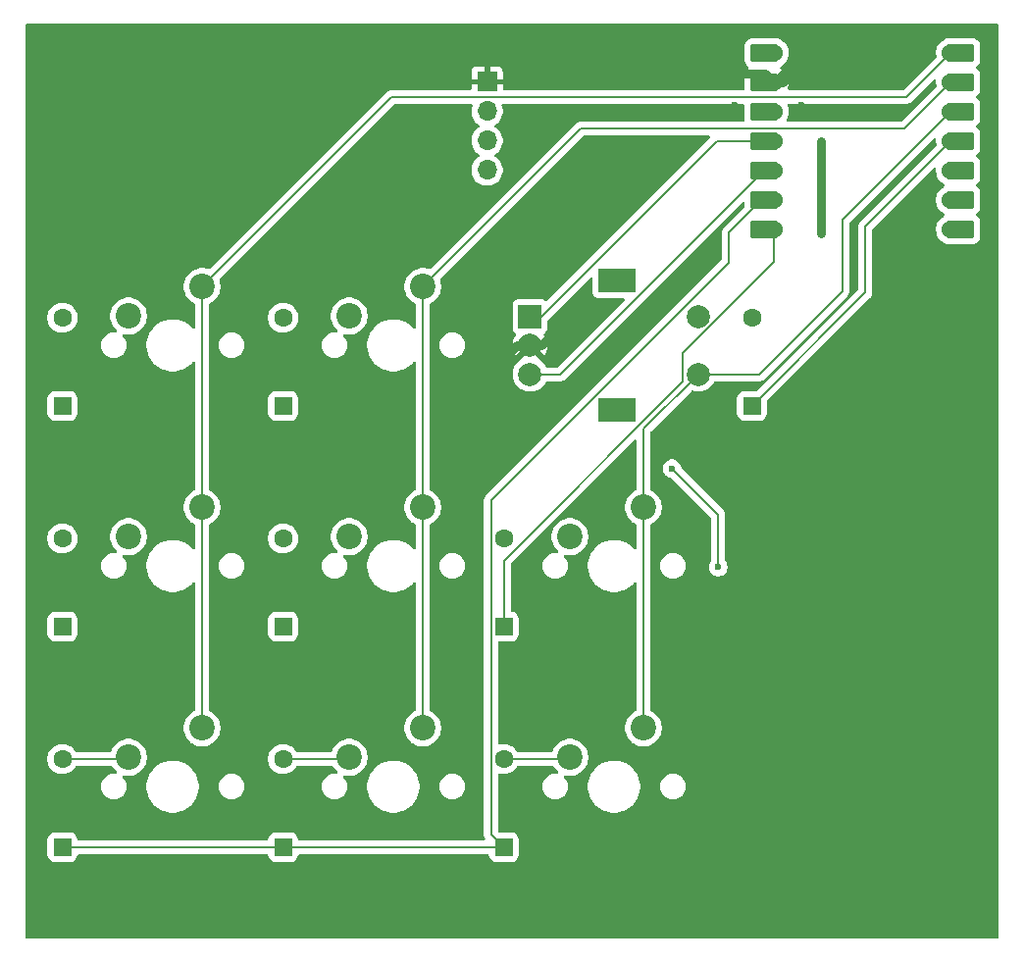
<source format=gbr>
%TF.GenerationSoftware,KiCad,Pcbnew,9.0.2*%
%TF.CreationDate,2025-06-30T15:24:12-07:00*%
%TF.ProjectId,hackpad,6861636b-7061-4642-9e6b-696361645f70,rev?*%
%TF.SameCoordinates,Original*%
%TF.FileFunction,Copper,L2,Bot*%
%TF.FilePolarity,Positive*%
%FSLAX46Y46*%
G04 Gerber Fmt 4.6, Leading zero omitted, Abs format (unit mm)*
G04 Created by KiCad (PCBNEW 9.0.2) date 2025-06-30 15:24:12*
%MOMM*%
%LPD*%
G01*
G04 APERTURE LIST*
G04 Aperture macros list*
%AMRoundRect*
0 Rectangle with rounded corners*
0 $1 Rounding radius*
0 $2 $3 $4 $5 $6 $7 $8 $9 X,Y pos of 4 corners*
0 Add a 4 corners polygon primitive as box body*
4,1,4,$2,$3,$4,$5,$6,$7,$8,$9,$2,$3,0*
0 Add four circle primitives for the rounded corners*
1,1,$1+$1,$2,$3*
1,1,$1+$1,$4,$5*
1,1,$1+$1,$6,$7*
1,1,$1+$1,$8,$9*
0 Add four rect primitives between the rounded corners*
20,1,$1+$1,$2,$3,$4,$5,0*
20,1,$1+$1,$4,$5,$6,$7,0*
20,1,$1+$1,$6,$7,$8,$9,0*
20,1,$1+$1,$8,$9,$2,$3,0*%
G04 Aperture macros list end*
%TA.AperFunction,ComponentPad*%
%ADD10C,2.200000*%
%TD*%
%TA.AperFunction,ComponentPad*%
%ADD11R,1.700000X1.700000*%
%TD*%
%TA.AperFunction,ComponentPad*%
%ADD12O,1.700000X1.700000*%
%TD*%
%TA.AperFunction,ComponentPad*%
%ADD13R,2.000000X2.000000*%
%TD*%
%TA.AperFunction,ComponentPad*%
%ADD14C,2.000000*%
%TD*%
%TA.AperFunction,ComponentPad*%
%ADD15R,3.200000X2.000000*%
%TD*%
%TA.AperFunction,ComponentPad*%
%ADD16RoundRect,0.250000X0.550000X-0.550000X0.550000X0.550000X-0.550000X0.550000X-0.550000X-0.550000X0*%
%TD*%
%TA.AperFunction,ComponentPad*%
%ADD17C,1.600000*%
%TD*%
%TA.AperFunction,SMDPad,CuDef*%
%ADD18RoundRect,0.152400X-1.063600X-0.609600X1.063600X-0.609600X1.063600X0.609600X-1.063600X0.609600X0*%
%TD*%
%TA.AperFunction,ComponentPad*%
%ADD19C,1.524000*%
%TD*%
%TA.AperFunction,SMDPad,CuDef*%
%ADD20RoundRect,0.152400X1.063600X0.609600X-1.063600X0.609600X-1.063600X-0.609600X1.063600X-0.609600X0*%
%TD*%
%TA.AperFunction,ViaPad*%
%ADD21C,0.600000*%
%TD*%
%TA.AperFunction,Conductor*%
%ADD22C,0.200000*%
%TD*%
%TA.AperFunction,Conductor*%
%ADD23C,0.750000*%
%TD*%
G04 APERTURE END LIST*
D10*
%TO.P,SW8,1,1*%
%TO.N,Column 0*%
X78740000Y-90170000D03*
%TO.P,SW8,2,2*%
%TO.N,Net-(D8-A)*%
X72390000Y-92710000D03*
%TD*%
%TO.P,SW2,1,1*%
%TO.N,Column 0*%
X78740000Y-109220000D03*
%TO.P,SW2,2,2*%
%TO.N,Net-(D2-A)*%
X72390000Y-111760000D03*
%TD*%
%TO.P,SW4,1,1*%
%TO.N,Column 2*%
X116840000Y-109220000D03*
%TO.P,SW4,2,2*%
%TO.N,Net-(D4-A)*%
X110490000Y-111760000D03*
%TD*%
%TO.P,SW5,1,1*%
%TO.N,Column 0*%
X78740000Y-128270000D03*
%TO.P,SW5,2,2*%
%TO.N,Net-(D5-A)*%
X72390000Y-130810000D03*
%TD*%
%TO.P,SW3,1,1*%
%TO.N,Column 1*%
X97790000Y-109220000D03*
%TO.P,SW3,2,2*%
%TO.N,Net-(D3-A)*%
X91440000Y-111760000D03*
%TD*%
%TO.P,SW6,1,1*%
%TO.N,Column 1*%
X97790000Y-128270000D03*
%TO.P,SW6,2,2*%
%TO.N,Net-(D6-A)*%
X91440000Y-130810000D03*
%TD*%
%TO.P,SW7,1,1*%
%TO.N,Column 2*%
X116840000Y-128270000D03*
%TO.P,SW7,2,2*%
%TO.N,Net-(D7-A)*%
X110490000Y-130810000D03*
%TD*%
D11*
%TO.P,J1,1,Pin_1*%
%TO.N,GND*%
X103340000Y-72505000D03*
D12*
%TO.P,J1,2,Pin_2*%
%TO.N,+5V*%
X103340000Y-75045000D03*
%TO.P,J1,3,Pin_3*%
%TO.N,SCL*%
X103340000Y-77585000D03*
%TO.P,J1,4,Pin_4*%
%TO.N,SDA*%
X103340000Y-80125000D03*
%TD*%
D13*
%TO.P,SW11,A,A*%
%TO.N,SW11A*%
X107050000Y-92750000D03*
D14*
%TO.P,SW11,B,B*%
%TO.N,SW11B*%
X107050000Y-97750000D03*
%TO.P,SW11,C,C*%
%TO.N,GND*%
X107050000Y-95250000D03*
D15*
%TO.P,SW11,MP*%
%TO.N,N/C*%
X114550000Y-89650000D03*
X114550000Y-100850000D03*
D14*
%TO.P,SW11,S1,S1*%
%TO.N,Column 2*%
X121550000Y-97750000D03*
%TO.P,SW11,S2,S2*%
%TO.N,SW11S2*%
X121550000Y-92750000D03*
%TD*%
D10*
%TO.P,SW1,1,1*%
%TO.N,Column 1*%
X97790000Y-90170000D03*
%TO.P,SW1,2,2*%
%TO.N,Net-(D1-A)*%
X91440000Y-92710000D03*
%TD*%
D16*
%TO.P,D3,1,K*%
%TO.N,Row 1*%
X85725000Y-119538750D03*
D17*
%TO.P,D3,2,A*%
%TO.N,Net-(D3-A)*%
X85725000Y-111918750D03*
%TD*%
D18*
%TO.P,XIAO-RP2040 HERE1,1,GPIO26/ADC0/A0*%
%TO.N,Column 0*%
X144186250Y-70000000D03*
D19*
X143351250Y-70000000D03*
D18*
%TO.P,XIAO-RP2040 HERE1,2,GPIO27/ADC1/A1*%
%TO.N,Column 1*%
X144186250Y-72540000D03*
D19*
X143351250Y-72540000D03*
D18*
%TO.P,XIAO-RP2040 HERE1,3,GPIO28/ADC2/A2*%
%TO.N,Column 2*%
X144186250Y-75080000D03*
D19*
X143351250Y-75080000D03*
D18*
%TO.P,XIAO-RP2040 HERE1,4,GPIO29/ADC3/A3*%
%TO.N,Row 0*%
X144186250Y-77620000D03*
D19*
X143351250Y-77620000D03*
D18*
%TO.P,XIAO-RP2040 HERE1,5,GPIO6/SDA*%
%TO.N,SDA*%
X144186250Y-80160000D03*
D19*
X143351250Y-80160000D03*
D18*
%TO.P,XIAO-RP2040 HERE1,6,GPIO7/SCL*%
%TO.N,SCL*%
X144186250Y-82700000D03*
D19*
X143351250Y-82700000D03*
D18*
%TO.P,XIAO-RP2040 HERE1,7,GPIO0/TX*%
%TO.N,LED*%
X144186250Y-85240000D03*
D19*
X143351250Y-85240000D03*
%TO.P,XIAO-RP2040 HERE1,8,GPIO1/RX*%
%TO.N,Row 1*%
X128111250Y-85240000D03*
D20*
X127276250Y-85240000D03*
D19*
%TO.P,XIAO-RP2040 HERE1,9,GPIO2/SCK*%
%TO.N,Row 2*%
X128111250Y-82700000D03*
D20*
X127276250Y-82700000D03*
D19*
%TO.P,XIAO-RP2040 HERE1,10,GPIO4/MISO*%
%TO.N,SW11B*%
X128111250Y-80160000D03*
D20*
X127276250Y-80160000D03*
D19*
%TO.P,XIAO-RP2040 HERE1,11,GPIO3/MOSI*%
%TO.N,SW11A*%
X128111250Y-77620000D03*
D20*
X127276250Y-77620000D03*
D19*
%TO.P,XIAO-RP2040 HERE1,12,3V3*%
%TO.N,unconnected-(XIAO-RP2040 HERE1-3V3-Pad12)*%
X128111250Y-75080000D03*
D20*
X127276250Y-75080000D03*
D19*
%TO.P,XIAO-RP2040 HERE1,13,GND*%
%TO.N,GND*%
X128111250Y-72540000D03*
D20*
X127276250Y-72540000D03*
D19*
%TO.P,XIAO-RP2040 HERE1,14,VBUS*%
%TO.N,+5V*%
X128111250Y-70000000D03*
D20*
X127276250Y-70000000D03*
%TD*%
D16*
%TO.P,D6,1,K*%
%TO.N,Row 2*%
X85725000Y-138588750D03*
D17*
%TO.P,D6,2,A*%
%TO.N,Net-(D6-A)*%
X85725000Y-130968750D03*
%TD*%
D16*
%TO.P,D8,1,K*%
%TO.N,Row 0*%
X66675000Y-100488750D03*
D17*
%TO.P,D8,2,A*%
%TO.N,Net-(D8-A)*%
X66675000Y-92868750D03*
%TD*%
D16*
%TO.P,D2,1,K*%
%TO.N,Row 1*%
X66675000Y-119538750D03*
D17*
%TO.P,D2,2,A*%
%TO.N,Net-(D2-A)*%
X66675000Y-111918750D03*
%TD*%
D16*
%TO.P,D11,1,K*%
%TO.N,Row 0*%
X126206250Y-100488750D03*
D17*
%TO.P,D11,2,A*%
%TO.N,SW11S2*%
X126206250Y-92868750D03*
%TD*%
D16*
%TO.P,D7,1,K*%
%TO.N,Row 2*%
X104775000Y-138588750D03*
D17*
%TO.P,D7,2,A*%
%TO.N,Net-(D7-A)*%
X104775000Y-130968750D03*
%TD*%
D16*
%TO.P,D5,1,K*%
%TO.N,Row 2*%
X66675000Y-138588750D03*
D17*
%TO.P,D5,2,A*%
%TO.N,Net-(D5-A)*%
X66675000Y-130968750D03*
%TD*%
D16*
%TO.P,D4,1,K*%
%TO.N,Row 1*%
X104775000Y-119538750D03*
D17*
%TO.P,D4,2,A*%
%TO.N,Net-(D4-A)*%
X104775000Y-111918750D03*
%TD*%
D16*
%TO.P,D1,1,K*%
%TO.N,Row 0*%
X85725000Y-100488750D03*
D17*
%TO.P,D1,2,A*%
%TO.N,Net-(D1-A)*%
X85725000Y-92868750D03*
%TD*%
D21*
%TO.N,+5V*%
X132200000Y-77600000D03*
X132200000Y-85600000D03*
%TO.N,GND*%
X103700000Y-93700000D03*
X103300000Y-97600000D03*
X124100000Y-71800000D03*
X110000000Y-93300000D03*
X130500000Y-74500000D03*
X109800000Y-96100000D03*
X131500000Y-69900000D03*
X124700000Y-74500000D03*
%TO.N,Net-(LED6-DOUT)*%
X123300000Y-114400000D03*
X119300000Y-105900000D03*
%TD*%
D22*
%TO.N,Row 0*%
X136000000Y-84971250D02*
X143351250Y-77620000D01*
X136000000Y-90695000D02*
X136000000Y-84971250D01*
X126206250Y-100488750D02*
X136000000Y-90695000D01*
%TO.N,Row 1*%
X104775000Y-113827000D02*
X120249000Y-98353000D01*
X120249000Y-95890892D02*
X128111250Y-88028642D01*
X128111250Y-88028642D02*
X128111250Y-85240000D01*
X120249000Y-98353000D02*
X120249000Y-95890892D01*
X104775000Y-119538750D02*
X104775000Y-113827000D01*
%TO.N,Net-(D5-A)*%
X72231250Y-130968750D02*
X72390000Y-130810000D01*
X66675000Y-130968750D02*
X72231250Y-130968750D01*
%TO.N,Net-(D6-A)*%
X91281250Y-130968750D02*
X91440000Y-130810000D01*
X85725000Y-130968750D02*
X91281250Y-130968750D01*
%TO.N,Row 2*%
X66675000Y-138588750D02*
X85725000Y-138588750D01*
X124200000Y-85533620D02*
X127033620Y-82700000D01*
X124200000Y-88123624D02*
X124200000Y-85533620D01*
X127033620Y-82700000D02*
X128111250Y-82700000D01*
X104775000Y-138588750D02*
X103674000Y-137487750D01*
X103674000Y-137487750D02*
X103674000Y-108649624D01*
X103674000Y-108649624D02*
X124200000Y-88123624D01*
X85725000Y-138588750D02*
X104775000Y-138588750D01*
D23*
%TO.N,+5V*%
X132200000Y-85600000D02*
X132200000Y-77600000D01*
%TO.N,GND*%
X124100000Y-71800000D02*
X127371250Y-71800000D01*
X110000000Y-93300000D02*
X108050000Y-95250000D01*
X127371250Y-71800000D02*
X128111250Y-72540000D01*
X103600000Y-97600000D02*
X105950000Y-95250000D01*
X128860000Y-72540000D02*
X131500000Y-69900000D01*
X103300000Y-97600000D02*
X103600000Y-97600000D01*
X108050000Y-95250000D02*
X107050000Y-95250000D01*
X105950000Y-95250000D02*
X107050000Y-95250000D01*
X128111250Y-72540000D02*
X128860000Y-72540000D01*
D22*
%TO.N,Net-(LED6-DOUT)*%
X123300000Y-109900000D02*
X119300000Y-105900000D01*
X123300000Y-114400000D02*
X123300000Y-109900000D01*
%TO.N,Column 0*%
X95110000Y-73800000D02*
X139551250Y-73800000D01*
X78740000Y-128270000D02*
X78740000Y-90170000D01*
X139551250Y-73800000D02*
X143351250Y-70000000D01*
X78740000Y-90170000D02*
X95110000Y-73800000D01*
%TO.N,Column 1*%
X97790000Y-128270000D02*
X97790000Y-90170000D01*
X111403000Y-76557000D02*
X139334250Y-76557000D01*
X97790000Y-90170000D02*
X111403000Y-76557000D01*
X139334250Y-76557000D02*
X143351250Y-72540000D01*
%TO.N,Column 2*%
X134000000Y-90600000D02*
X134000000Y-84431250D01*
X121550000Y-97750000D02*
X126850000Y-97750000D01*
X126850000Y-97750000D02*
X134000000Y-90600000D01*
X116840000Y-109220000D02*
X116840000Y-102460000D01*
X134000000Y-84431250D02*
X143351250Y-75080000D01*
X116840000Y-128270000D02*
X116840000Y-109220000D01*
X116840000Y-102460000D02*
X121550000Y-97750000D01*
%TO.N,SW11B*%
X127242000Y-80160000D02*
X128111250Y-80160000D01*
X107050000Y-97750000D02*
X109652000Y-97750000D01*
X109652000Y-97750000D02*
X127242000Y-80160000D01*
%TO.N,SW11A*%
X108050000Y-92750000D02*
X123180000Y-77620000D01*
X123180000Y-77620000D02*
X128111250Y-77620000D01*
X107050000Y-92750000D02*
X108050000Y-92750000D01*
%TO.N,Net-(D7-A)*%
X110331250Y-130968750D02*
X110490000Y-130810000D01*
X104775000Y-130968750D02*
X110331250Y-130968750D01*
%TD*%
%TA.AperFunction,Conductor*%
%TO.N,GND*%
G36*
X112368834Y-89382913D02*
G01*
X112424767Y-89424785D01*
X112449184Y-89490249D01*
X112449500Y-89499095D01*
X112449500Y-90697870D01*
X112449501Y-90697876D01*
X112455908Y-90757483D01*
X112506202Y-90892328D01*
X112506206Y-90892335D01*
X112592452Y-91007544D01*
X112592455Y-91007547D01*
X112707664Y-91093793D01*
X112707671Y-91093797D01*
X112842517Y-91144091D01*
X112842516Y-91144091D01*
X112849444Y-91144835D01*
X112902127Y-91150500D01*
X115102902Y-91150499D01*
X115169941Y-91170184D01*
X115215696Y-91222987D01*
X115225640Y-91292146D01*
X115196615Y-91355702D01*
X115190583Y-91362180D01*
X109439584Y-97113181D01*
X109378261Y-97146666D01*
X109351903Y-97149500D01*
X108504068Y-97149500D01*
X108437029Y-97129815D01*
X108393583Y-97081795D01*
X108333342Y-96963566D01*
X108320323Y-96945647D01*
X108194517Y-96772490D01*
X108027510Y-96605483D01*
X107971259Y-96564614D01*
X107928595Y-96509284D01*
X107923902Y-96477455D01*
X107179408Y-95732962D01*
X107242993Y-95715925D01*
X107357007Y-95650099D01*
X107450099Y-95557007D01*
X107515925Y-95442993D01*
X107532962Y-95379409D01*
X108272658Y-96119105D01*
X108272658Y-96119104D01*
X108332914Y-96036169D01*
X108332918Y-96036163D01*
X108440102Y-95825802D01*
X108513065Y-95601247D01*
X108550000Y-95368052D01*
X108550000Y-95131947D01*
X108513065Y-94898752D01*
X108440102Y-94674197D01*
X108332914Y-94463828D01*
X108263394Y-94368142D01*
X108239914Y-94302335D01*
X108255739Y-94234281D01*
X108289401Y-94195989D01*
X108292329Y-94193796D01*
X108292331Y-94193796D01*
X108407546Y-94107546D01*
X108493796Y-93992331D01*
X108544091Y-93857483D01*
X108550500Y-93797873D01*
X108550499Y-93150095D01*
X108570183Y-93083057D01*
X108586813Y-93062420D01*
X112237821Y-89411412D01*
X112299142Y-89377929D01*
X112368834Y-89382913D01*
G37*
%TD.AperFunction*%
%TA.AperFunction,Conductor*%
G36*
X141973570Y-72288456D02*
G01*
X142005099Y-72288906D01*
X142008151Y-72290929D01*
X142011807Y-72291191D01*
X142037058Y-72310094D01*
X142063333Y-72327514D01*
X142064807Y-72330867D01*
X142067740Y-72333063D01*
X142078759Y-72362605D01*
X142091450Y-72391476D01*
X142091379Y-72396441D01*
X142092157Y-72398527D01*
X142090947Y-72426767D01*
X142088750Y-72440641D01*
X142088750Y-72639360D01*
X142119836Y-72835636D01*
X142120381Y-72837903D01*
X142120336Y-72838790D01*
X142120599Y-72840448D01*
X142120250Y-72840503D01*
X142116888Y-72907685D01*
X142087487Y-72954526D01*
X139121834Y-75920181D01*
X139060511Y-75953666D01*
X139034153Y-75956500D01*
X129278335Y-75956500D01*
X129211296Y-75936815D01*
X129165541Y-75884011D01*
X129155597Y-75814853D01*
X129178018Y-75759614D01*
X129191034Y-75741698D01*
X129191033Y-75741698D01*
X129191037Y-75741694D01*
X129281255Y-75564632D01*
X129342663Y-75375636D01*
X129373750Y-75179361D01*
X129373750Y-74980639D01*
X129342663Y-74784364D01*
X129281255Y-74595368D01*
X129281252Y-74595361D01*
X129273830Y-74580794D01*
X129260934Y-74512125D01*
X129287211Y-74447385D01*
X129344318Y-74407128D01*
X129384315Y-74400500D01*
X139464581Y-74400500D01*
X139464597Y-74400501D01*
X139472193Y-74400501D01*
X139630304Y-74400501D01*
X139630307Y-74400501D01*
X139783035Y-74359577D01*
X139833154Y-74330639D01*
X139919966Y-74280520D01*
X140031770Y-74168716D01*
X140031770Y-74168714D01*
X140041978Y-74158507D01*
X140041979Y-74158504D01*
X141880793Y-72319690D01*
X141908459Y-72304584D01*
X141935237Y-72287910D01*
X141938900Y-72287962D01*
X141942115Y-72286207D01*
X141973570Y-72288456D01*
G37*
%TD.AperFunction*%
%TA.AperFunction,Conductor*%
G36*
X147442539Y-67520185D02*
G01*
X147488294Y-67572989D01*
X147499500Y-67624500D01*
X147499500Y-146375500D01*
X147479815Y-146442539D01*
X147427011Y-146488294D01*
X147375500Y-146499500D01*
X63624500Y-146499500D01*
X63557461Y-146479815D01*
X63511706Y-146427011D01*
X63500500Y-146375500D01*
X63500500Y-137988733D01*
X65374500Y-137988733D01*
X65374500Y-139188751D01*
X65374501Y-139188768D01*
X65385000Y-139291546D01*
X65385001Y-139291549D01*
X65440185Y-139458081D01*
X65440186Y-139458084D01*
X65532288Y-139607406D01*
X65656344Y-139731462D01*
X65805666Y-139823564D01*
X65972203Y-139878749D01*
X66074991Y-139889250D01*
X67275008Y-139889249D01*
X67377797Y-139878749D01*
X67544334Y-139823564D01*
X67693656Y-139731462D01*
X67817712Y-139607406D01*
X67909814Y-139458084D01*
X67964999Y-139291547D01*
X67965000Y-139291542D01*
X67965912Y-139287283D01*
X67999199Y-139225852D01*
X68060414Y-139192169D01*
X68087163Y-139189250D01*
X84312837Y-139189250D01*
X84379876Y-139208935D01*
X84425631Y-139261739D01*
X84434089Y-139287291D01*
X84434999Y-139291542D01*
X84490185Y-139458081D01*
X84490186Y-139458084D01*
X84582288Y-139607406D01*
X84706344Y-139731462D01*
X84855666Y-139823564D01*
X85022203Y-139878749D01*
X85124991Y-139889250D01*
X86325008Y-139889249D01*
X86427797Y-139878749D01*
X86594334Y-139823564D01*
X86743656Y-139731462D01*
X86867712Y-139607406D01*
X86959814Y-139458084D01*
X87014999Y-139291547D01*
X87015000Y-139291542D01*
X87015912Y-139287283D01*
X87049199Y-139225852D01*
X87110414Y-139192169D01*
X87137163Y-139189250D01*
X103362837Y-139189250D01*
X103429876Y-139208935D01*
X103475631Y-139261739D01*
X103484089Y-139287291D01*
X103484999Y-139291542D01*
X103540185Y-139458081D01*
X103540186Y-139458084D01*
X103632288Y-139607406D01*
X103756344Y-139731462D01*
X103905666Y-139823564D01*
X104072203Y-139878749D01*
X104174991Y-139889250D01*
X105375008Y-139889249D01*
X105477797Y-139878749D01*
X105644334Y-139823564D01*
X105793656Y-139731462D01*
X105917712Y-139607406D01*
X106009814Y-139458084D01*
X106064999Y-139291547D01*
X106075500Y-139188759D01*
X106075499Y-137988742D01*
X106074541Y-137979368D01*
X106064999Y-137885953D01*
X106064998Y-137885950D01*
X106026461Y-137769654D01*
X106009814Y-137719416D01*
X105917712Y-137570094D01*
X105793656Y-137446038D01*
X105644334Y-137353936D01*
X105477797Y-137298751D01*
X105477795Y-137298750D01*
X105375016Y-137288250D01*
X105375009Y-137288250D01*
X104398500Y-137288250D01*
X104331461Y-137268565D01*
X104285706Y-137215761D01*
X104274500Y-137164250D01*
X104274500Y-132344225D01*
X104294185Y-132277186D01*
X104346989Y-132231431D01*
X104416147Y-132221487D01*
X104436820Y-132226295D01*
X104470458Y-132237225D01*
X104470461Y-132237225D01*
X104470466Y-132237227D01*
X104672648Y-132269250D01*
X104672649Y-132269250D01*
X104877351Y-132269250D01*
X104877352Y-132269250D01*
X105079534Y-132237227D01*
X105274219Y-132173970D01*
X105456610Y-132081037D01*
X105549590Y-132013482D01*
X105622213Y-131960721D01*
X105622215Y-131960718D01*
X105622219Y-131960716D01*
X105766966Y-131815969D01*
X105766968Y-131815965D01*
X105766971Y-131815963D01*
X105887284Y-131650364D01*
X105887285Y-131650363D01*
X105887287Y-131650360D01*
X105894117Y-131636954D01*
X105942091Y-131586159D01*
X106004602Y-131569250D01*
X109004587Y-131569250D01*
X109071626Y-131588935D01*
X109115072Y-131636956D01*
X109121130Y-131648846D01*
X109269201Y-131852649D01*
X109269205Y-131852654D01*
X109269207Y-131852656D01*
X109447344Y-132030793D01*
X109447345Y-132030794D01*
X109447344Y-132030794D01*
X109453661Y-132035383D01*
X109496327Y-132090714D01*
X109502305Y-132160327D01*
X109469699Y-132222122D01*
X109408860Y-132256479D01*
X109361378Y-132258174D01*
X109306611Y-132249500D01*
X109133389Y-132249500D01*
X109093728Y-132255781D01*
X108962302Y-132276597D01*
X108797552Y-132330128D01*
X108643211Y-132408768D01*
X108586289Y-132450125D01*
X108503072Y-132510586D01*
X108503070Y-132510588D01*
X108503069Y-132510588D01*
X108380588Y-132633069D01*
X108380588Y-132633070D01*
X108380586Y-132633072D01*
X108336859Y-132693256D01*
X108278768Y-132773211D01*
X108200128Y-132927552D01*
X108146597Y-133092302D01*
X108119500Y-133263389D01*
X108119500Y-133436611D01*
X108146598Y-133607701D01*
X108200127Y-133772445D01*
X108278768Y-133926788D01*
X108380586Y-134066928D01*
X108503072Y-134189414D01*
X108643212Y-134291232D01*
X108797555Y-134369873D01*
X108962299Y-134423402D01*
X109133389Y-134450500D01*
X109133390Y-134450500D01*
X109306610Y-134450500D01*
X109306611Y-134450500D01*
X109477701Y-134423402D01*
X109642445Y-134369873D01*
X109796788Y-134291232D01*
X109936928Y-134189414D01*
X110059414Y-134066928D01*
X110161232Y-133926788D01*
X110239873Y-133772445D01*
X110293402Y-133607701D01*
X110320500Y-133436611D01*
X110320500Y-133263389D01*
X110310854Y-133202486D01*
X112049500Y-133202486D01*
X112049500Y-133497513D01*
X112081571Y-133741113D01*
X112088007Y-133789993D01*
X112162212Y-134066930D01*
X112164361Y-134074951D01*
X112164364Y-134074961D01*
X112277254Y-134347500D01*
X112277258Y-134347510D01*
X112424761Y-134602993D01*
X112604352Y-134837040D01*
X112604358Y-134837047D01*
X112812952Y-135045641D01*
X112812959Y-135045647D01*
X113047006Y-135225238D01*
X113302489Y-135372741D01*
X113302490Y-135372741D01*
X113302493Y-135372743D01*
X113575048Y-135485639D01*
X113860007Y-135561993D01*
X114152494Y-135600500D01*
X114152501Y-135600500D01*
X114447499Y-135600500D01*
X114447506Y-135600500D01*
X114739993Y-135561993D01*
X115024952Y-135485639D01*
X115297507Y-135372743D01*
X115552994Y-135225238D01*
X115787042Y-135045646D01*
X115995646Y-134837042D01*
X116175238Y-134602994D01*
X116322743Y-134347507D01*
X116435639Y-134074952D01*
X116511993Y-133789993D01*
X116550500Y-133497506D01*
X116550500Y-133263389D01*
X118279500Y-133263389D01*
X118279500Y-133436611D01*
X118306598Y-133607701D01*
X118360127Y-133772445D01*
X118438768Y-133926788D01*
X118540586Y-134066928D01*
X118663072Y-134189414D01*
X118803212Y-134291232D01*
X118957555Y-134369873D01*
X119122299Y-134423402D01*
X119293389Y-134450500D01*
X119293390Y-134450500D01*
X119466610Y-134450500D01*
X119466611Y-134450500D01*
X119637701Y-134423402D01*
X119802445Y-134369873D01*
X119956788Y-134291232D01*
X120096928Y-134189414D01*
X120219414Y-134066928D01*
X120321232Y-133926788D01*
X120399873Y-133772445D01*
X120453402Y-133607701D01*
X120480500Y-133436611D01*
X120480500Y-133263389D01*
X120453402Y-133092299D01*
X120399873Y-132927555D01*
X120321232Y-132773212D01*
X120219414Y-132633072D01*
X120096928Y-132510586D01*
X119956788Y-132408768D01*
X119802445Y-132330127D01*
X119637701Y-132276598D01*
X119637699Y-132276597D01*
X119637698Y-132276597D01*
X119506271Y-132255781D01*
X119466611Y-132249500D01*
X119293389Y-132249500D01*
X119253728Y-132255781D01*
X119122302Y-132276597D01*
X118957552Y-132330128D01*
X118803211Y-132408768D01*
X118746289Y-132450125D01*
X118663072Y-132510586D01*
X118663070Y-132510588D01*
X118663069Y-132510588D01*
X118540588Y-132633069D01*
X118540588Y-132633070D01*
X118540586Y-132633072D01*
X118496859Y-132693256D01*
X118438768Y-132773211D01*
X118360128Y-132927552D01*
X118306597Y-133092302D01*
X118279500Y-133263389D01*
X116550500Y-133263389D01*
X116550500Y-133202494D01*
X116511993Y-132910007D01*
X116435639Y-132625048D01*
X116322743Y-132352493D01*
X116317969Y-132344225D01*
X116175238Y-132097006D01*
X115995647Y-131862959D01*
X115995641Y-131862952D01*
X115787047Y-131654358D01*
X115787040Y-131654352D01*
X115552993Y-131474761D01*
X115297510Y-131327258D01*
X115297500Y-131327254D01*
X115024961Y-131214364D01*
X115024954Y-131214362D01*
X115024952Y-131214361D01*
X114739993Y-131138007D01*
X114691113Y-131131571D01*
X114447513Y-131099500D01*
X114447506Y-131099500D01*
X114152494Y-131099500D01*
X114152486Y-131099500D01*
X113874085Y-131136153D01*
X113860007Y-131138007D01*
X113685428Y-131184785D01*
X113575048Y-131214361D01*
X113575038Y-131214364D01*
X113302499Y-131327254D01*
X113302489Y-131327258D01*
X113047006Y-131474761D01*
X112812959Y-131654352D01*
X112812952Y-131654358D01*
X112604358Y-131862952D01*
X112604352Y-131862959D01*
X112424761Y-132097006D01*
X112277258Y-132352489D01*
X112277254Y-132352499D01*
X112164364Y-132625038D01*
X112164361Y-132625048D01*
X112088008Y-132910004D01*
X112088006Y-132910015D01*
X112049500Y-133202486D01*
X110310854Y-133202486D01*
X110293402Y-133092299D01*
X110239873Y-132927555D01*
X110161232Y-132773212D01*
X110059414Y-132633072D01*
X110007482Y-132581140D01*
X109973997Y-132519817D01*
X109978981Y-132450125D01*
X110020853Y-132394192D01*
X110086317Y-132369775D01*
X110114561Y-132370986D01*
X110115212Y-132371089D01*
X110115215Y-132371090D01*
X110364038Y-132410500D01*
X110364039Y-132410500D01*
X110615961Y-132410500D01*
X110615962Y-132410500D01*
X110864785Y-132371090D01*
X111104379Y-132293241D01*
X111328845Y-132178870D01*
X111532656Y-132030793D01*
X111710793Y-131852656D01*
X111858870Y-131648845D01*
X111973241Y-131424379D01*
X112051090Y-131184785D01*
X112090500Y-130935962D01*
X112090500Y-130684038D01*
X112051090Y-130435215D01*
X111973241Y-130195621D01*
X111973239Y-130195618D01*
X111973239Y-130195616D01*
X111931747Y-130114184D01*
X111858870Y-129971155D01*
X111757107Y-129831090D01*
X111710798Y-129767350D01*
X111710794Y-129767345D01*
X111532654Y-129589205D01*
X111532649Y-129589201D01*
X111328848Y-129441132D01*
X111328847Y-129441131D01*
X111328845Y-129441130D01*
X111258747Y-129405413D01*
X111104383Y-129326760D01*
X110864785Y-129248910D01*
X110615962Y-129209500D01*
X110364038Y-129209500D01*
X110239626Y-129229205D01*
X110115214Y-129248910D01*
X109875616Y-129326760D01*
X109651151Y-129441132D01*
X109447350Y-129589201D01*
X109447345Y-129589205D01*
X109269205Y-129767345D01*
X109269201Y-129767350D01*
X109121132Y-129971151D01*
X109006760Y-130195616D01*
X108978508Y-130282569D01*
X108939070Y-130340244D01*
X108874711Y-130367442D01*
X108860577Y-130368250D01*
X106004602Y-130368250D01*
X105937563Y-130348565D01*
X105894117Y-130300545D01*
X105887284Y-130287135D01*
X105766971Y-130121536D01*
X105622213Y-129976778D01*
X105456613Y-129856465D01*
X105456612Y-129856464D01*
X105456610Y-129856463D01*
X105399653Y-129827441D01*
X105274223Y-129763531D01*
X105079534Y-129700272D01*
X104904995Y-129672628D01*
X104877352Y-129668250D01*
X104672648Y-129668250D01*
X104616652Y-129677119D01*
X104470464Y-129700273D01*
X104470457Y-129700274D01*
X104436817Y-129711205D01*
X104366976Y-129713200D01*
X104307144Y-129677119D01*
X104276316Y-129614418D01*
X104274500Y-129593274D01*
X104274500Y-120963249D01*
X104294185Y-120896210D01*
X104346989Y-120850455D01*
X104398500Y-120839249D01*
X105375002Y-120839249D01*
X105375008Y-120839249D01*
X105477797Y-120828749D01*
X105644334Y-120773564D01*
X105793656Y-120681462D01*
X105917712Y-120557406D01*
X106009814Y-120408084D01*
X106064999Y-120241547D01*
X106075500Y-120138759D01*
X106075499Y-118938742D01*
X106064999Y-118835953D01*
X106009814Y-118669416D01*
X105917712Y-118520094D01*
X105793656Y-118396038D01*
X105644334Y-118303936D01*
X105644331Y-118303935D01*
X105477795Y-118248750D01*
X105473533Y-118247838D01*
X105412102Y-118214551D01*
X105378419Y-118153336D01*
X105375500Y-118126587D01*
X105375500Y-114213389D01*
X108119500Y-114213389D01*
X108119500Y-114386610D01*
X108134108Y-114478846D01*
X108146598Y-114557701D01*
X108200127Y-114722445D01*
X108278768Y-114876788D01*
X108380586Y-115016928D01*
X108503072Y-115139414D01*
X108643212Y-115241232D01*
X108797555Y-115319873D01*
X108962299Y-115373402D01*
X109133389Y-115400500D01*
X109133390Y-115400500D01*
X109306610Y-115400500D01*
X109306611Y-115400500D01*
X109477701Y-115373402D01*
X109642445Y-115319873D01*
X109796788Y-115241232D01*
X109936928Y-115139414D01*
X110059414Y-115016928D01*
X110161232Y-114876788D01*
X110239873Y-114722445D01*
X110293402Y-114557701D01*
X110320500Y-114386611D01*
X110320500Y-114213389D01*
X110293402Y-114042299D01*
X110239873Y-113877555D01*
X110161232Y-113723212D01*
X110059414Y-113583072D01*
X110007482Y-113531140D01*
X109973997Y-113469817D01*
X109978981Y-113400125D01*
X110020853Y-113344192D01*
X110086317Y-113319775D01*
X110114561Y-113320986D01*
X110115212Y-113321089D01*
X110115215Y-113321090D01*
X110364038Y-113360500D01*
X110364039Y-113360500D01*
X110615961Y-113360500D01*
X110615962Y-113360500D01*
X110864785Y-113321090D01*
X111104379Y-113243241D01*
X111328845Y-113128870D01*
X111532656Y-112980793D01*
X111710793Y-112802656D01*
X111858870Y-112598845D01*
X111973241Y-112374379D01*
X112051090Y-112134785D01*
X112090500Y-111885962D01*
X112090500Y-111634038D01*
X112051090Y-111385215D01*
X111973241Y-111145621D01*
X111973239Y-111145618D01*
X111973239Y-111145616D01*
X111931747Y-111064184D01*
X111858870Y-110921155D01*
X111775542Y-110806463D01*
X111710798Y-110717350D01*
X111710794Y-110717345D01*
X111532654Y-110539205D01*
X111532649Y-110539201D01*
X111328848Y-110391132D01*
X111328847Y-110391131D01*
X111328845Y-110391130D01*
X111258747Y-110355413D01*
X111104383Y-110276760D01*
X110864785Y-110198910D01*
X110615962Y-110159500D01*
X110364038Y-110159500D01*
X110274137Y-110173739D01*
X110115214Y-110198910D01*
X109875616Y-110276760D01*
X109651151Y-110391132D01*
X109447350Y-110539201D01*
X109447345Y-110539205D01*
X109269205Y-110717345D01*
X109269201Y-110717350D01*
X109121132Y-110921151D01*
X109006760Y-111145616D01*
X108928910Y-111385214D01*
X108889500Y-111634038D01*
X108889500Y-111885961D01*
X108928910Y-112134785D01*
X109006760Y-112374383D01*
X109121132Y-112598848D01*
X109269201Y-112802649D01*
X109269205Y-112802654D01*
X109269207Y-112802656D01*
X109447344Y-112980793D01*
X109447345Y-112980794D01*
X109447344Y-112980794D01*
X109453661Y-112985383D01*
X109496327Y-113040714D01*
X109502305Y-113110327D01*
X109469699Y-113172122D01*
X109408860Y-113206479D01*
X109361378Y-113208174D01*
X109306611Y-113199500D01*
X109133389Y-113199500D01*
X109093728Y-113205781D01*
X108962302Y-113226597D01*
X108797552Y-113280128D01*
X108643211Y-113358768D01*
X108586289Y-113400125D01*
X108503072Y-113460586D01*
X108503070Y-113460588D01*
X108503069Y-113460588D01*
X108380588Y-113583069D01*
X108380588Y-113583070D01*
X108380586Y-113583072D01*
X108336859Y-113643256D01*
X108278768Y-113723211D01*
X108200128Y-113877552D01*
X108146597Y-114042302D01*
X108119500Y-114213389D01*
X105375500Y-114213389D01*
X105375500Y-114127097D01*
X105395185Y-114060058D01*
X105411819Y-114039416D01*
X116027819Y-103423416D01*
X116089142Y-103389931D01*
X116158834Y-103394915D01*
X116214767Y-103436787D01*
X116239184Y-103502251D01*
X116239500Y-103511097D01*
X116239500Y-107653699D01*
X116219815Y-107720738D01*
X116171795Y-107764184D01*
X116001151Y-107851132D01*
X115797350Y-107999201D01*
X115797345Y-107999205D01*
X115619205Y-108177345D01*
X115619201Y-108177350D01*
X115471132Y-108381151D01*
X115356760Y-108605616D01*
X115278910Y-108845214D01*
X115239500Y-109094038D01*
X115239500Y-109345961D01*
X115278910Y-109594785D01*
X115356760Y-109834383D01*
X115471132Y-110058848D01*
X115619201Y-110262649D01*
X115619205Y-110262654D01*
X115797345Y-110440794D01*
X115797350Y-110440798D01*
X115938397Y-110543274D01*
X116001155Y-110588870D01*
X116171795Y-110675815D01*
X116222591Y-110723789D01*
X116239500Y-110786300D01*
X116239500Y-112765461D01*
X116219815Y-112832500D01*
X116167011Y-112878255D01*
X116097853Y-112888199D01*
X116034297Y-112859174D01*
X116017125Y-112840949D01*
X115995644Y-112812955D01*
X115787047Y-112604358D01*
X115787040Y-112604352D01*
X115552993Y-112424761D01*
X115297510Y-112277258D01*
X115297500Y-112277254D01*
X115024961Y-112164364D01*
X115024954Y-112164362D01*
X115024952Y-112164361D01*
X114739993Y-112088007D01*
X114691113Y-112081571D01*
X114447513Y-112049500D01*
X114447506Y-112049500D01*
X114152494Y-112049500D01*
X114152486Y-112049500D01*
X113874085Y-112086153D01*
X113860007Y-112088007D01*
X113685428Y-112134785D01*
X113575048Y-112164361D01*
X113575038Y-112164364D01*
X113302499Y-112277254D01*
X113302489Y-112277258D01*
X113047006Y-112424761D01*
X112812959Y-112604352D01*
X112812952Y-112604358D01*
X112604358Y-112812952D01*
X112604352Y-112812959D01*
X112424761Y-113047006D01*
X112277258Y-113302489D01*
X112277254Y-113302499D01*
X112164364Y-113575038D01*
X112164361Y-113575048D01*
X112088008Y-113860004D01*
X112088006Y-113860015D01*
X112049500Y-114152486D01*
X112049500Y-114447513D01*
X112073985Y-114633489D01*
X112088007Y-114739993D01*
X112164361Y-115024951D01*
X112164364Y-115024961D01*
X112277254Y-115297500D01*
X112277258Y-115297510D01*
X112424761Y-115552993D01*
X112604352Y-115787040D01*
X112604358Y-115787047D01*
X112812952Y-115995641D01*
X112812959Y-115995647D01*
X113047006Y-116175238D01*
X113302489Y-116322741D01*
X113302490Y-116322741D01*
X113302493Y-116322743D01*
X113575048Y-116435639D01*
X113860007Y-116511993D01*
X114152494Y-116550500D01*
X114152501Y-116550500D01*
X114447499Y-116550500D01*
X114447506Y-116550500D01*
X114739993Y-116511993D01*
X115024952Y-116435639D01*
X115297507Y-116322743D01*
X115552994Y-116175238D01*
X115787042Y-115995646D01*
X115995646Y-115787042D01*
X116017124Y-115759052D01*
X116073552Y-115717849D01*
X116143298Y-115713694D01*
X116204218Y-115747906D01*
X116236971Y-115809624D01*
X116239500Y-115834538D01*
X116239500Y-126703699D01*
X116219815Y-126770738D01*
X116171795Y-126814184D01*
X116001151Y-126901132D01*
X115797350Y-127049201D01*
X115797345Y-127049205D01*
X115619205Y-127227345D01*
X115619201Y-127227350D01*
X115471132Y-127431151D01*
X115356760Y-127655616D01*
X115278910Y-127895214D01*
X115239500Y-128144038D01*
X115239500Y-128395961D01*
X115278910Y-128644785D01*
X115356760Y-128884383D01*
X115471132Y-129108848D01*
X115619201Y-129312649D01*
X115619205Y-129312654D01*
X115797345Y-129490794D01*
X115797350Y-129490798D01*
X115938397Y-129593274D01*
X116001155Y-129638870D01*
X116143121Y-129711205D01*
X116225616Y-129753239D01*
X116225618Y-129753239D01*
X116225621Y-129753241D01*
X116465215Y-129831090D01*
X116714038Y-129870500D01*
X116714039Y-129870500D01*
X116965961Y-129870500D01*
X116965962Y-129870500D01*
X117214785Y-129831090D01*
X117454379Y-129753241D01*
X117678845Y-129638870D01*
X117882656Y-129490793D01*
X118060793Y-129312656D01*
X118208870Y-129108845D01*
X118323241Y-128884379D01*
X118401090Y-128644785D01*
X118440500Y-128395962D01*
X118440500Y-128144038D01*
X118401090Y-127895215D01*
X118323241Y-127655621D01*
X118323239Y-127655618D01*
X118323239Y-127655616D01*
X118281747Y-127574184D01*
X118208870Y-127431155D01*
X118189952Y-127405117D01*
X118060798Y-127227350D01*
X118060794Y-127227345D01*
X117882654Y-127049205D01*
X117882649Y-127049201D01*
X117678848Y-126901132D01*
X117678847Y-126901131D01*
X117678845Y-126901130D01*
X117609186Y-126865637D01*
X117508205Y-126814184D01*
X117457409Y-126766209D01*
X117440500Y-126703699D01*
X117440500Y-114213389D01*
X118279500Y-114213389D01*
X118279500Y-114386610D01*
X118294108Y-114478846D01*
X118306598Y-114557701D01*
X118360127Y-114722445D01*
X118438768Y-114876788D01*
X118540586Y-115016928D01*
X118663072Y-115139414D01*
X118803212Y-115241232D01*
X118957555Y-115319873D01*
X119122299Y-115373402D01*
X119293389Y-115400500D01*
X119293390Y-115400500D01*
X119466610Y-115400500D01*
X119466611Y-115400500D01*
X119637701Y-115373402D01*
X119802445Y-115319873D01*
X119956788Y-115241232D01*
X120096928Y-115139414D01*
X120219414Y-115016928D01*
X120321232Y-114876788D01*
X120399873Y-114722445D01*
X120453402Y-114557701D01*
X120480500Y-114386611D01*
X120480500Y-114213389D01*
X120453402Y-114042299D01*
X120399873Y-113877555D01*
X120321232Y-113723212D01*
X120219414Y-113583072D01*
X120096928Y-113460586D01*
X119956788Y-113358768D01*
X119802445Y-113280127D01*
X119637701Y-113226598D01*
X119637699Y-113226597D01*
X119637698Y-113226597D01*
X119506271Y-113205781D01*
X119466611Y-113199500D01*
X119293389Y-113199500D01*
X119253728Y-113205781D01*
X119122302Y-113226597D01*
X118957552Y-113280128D01*
X118803211Y-113358768D01*
X118746289Y-113400125D01*
X118663072Y-113460586D01*
X118663070Y-113460588D01*
X118663069Y-113460588D01*
X118540588Y-113583069D01*
X118540588Y-113583070D01*
X118540586Y-113583072D01*
X118496859Y-113643256D01*
X118438768Y-113723211D01*
X118360128Y-113877552D01*
X118306597Y-114042302D01*
X118279500Y-114213389D01*
X117440500Y-114213389D01*
X117440500Y-110786300D01*
X117460185Y-110719261D01*
X117508204Y-110675815D01*
X117678845Y-110588870D01*
X117882656Y-110440793D01*
X118060793Y-110262656D01*
X118208870Y-110058845D01*
X118323241Y-109834379D01*
X118401090Y-109594785D01*
X118440500Y-109345962D01*
X118440500Y-109094038D01*
X118401090Y-108845215D01*
X118323241Y-108605621D01*
X118323239Y-108605618D01*
X118323239Y-108605616D01*
X118227561Y-108417839D01*
X118208870Y-108381155D01*
X118136037Y-108280909D01*
X118060798Y-108177350D01*
X118060794Y-108177345D01*
X117882654Y-107999205D01*
X117882649Y-107999201D01*
X117678848Y-107851132D01*
X117678847Y-107851131D01*
X117678845Y-107851130D01*
X117609186Y-107815637D01*
X117508205Y-107764184D01*
X117457409Y-107716209D01*
X117440500Y-107653699D01*
X117440500Y-105821153D01*
X118499500Y-105821153D01*
X118499500Y-105978846D01*
X118530261Y-106133489D01*
X118530264Y-106133501D01*
X118590602Y-106279172D01*
X118590609Y-106279185D01*
X118678210Y-106410288D01*
X118678213Y-106410292D01*
X118789707Y-106521786D01*
X118789711Y-106521789D01*
X118920814Y-106609390D01*
X118920827Y-106609397D01*
X119066498Y-106669735D01*
X119066503Y-106669737D01*
X119131147Y-106682595D01*
X119221849Y-106700638D01*
X119283760Y-106733023D01*
X119285339Y-106734574D01*
X122663181Y-110112416D01*
X122696666Y-110173739D01*
X122699500Y-110200097D01*
X122699500Y-113820234D01*
X122679815Y-113887273D01*
X122678602Y-113889125D01*
X122590609Y-114020814D01*
X122590602Y-114020827D01*
X122530264Y-114166498D01*
X122530261Y-114166510D01*
X122499500Y-114321153D01*
X122499500Y-114478846D01*
X122530261Y-114633489D01*
X122530264Y-114633501D01*
X122590602Y-114779172D01*
X122590609Y-114779185D01*
X122678210Y-114910288D01*
X122678213Y-114910292D01*
X122789707Y-115021786D01*
X122789711Y-115021789D01*
X122920814Y-115109390D01*
X122920827Y-115109397D01*
X122993296Y-115139414D01*
X123066503Y-115169737D01*
X123221153Y-115200499D01*
X123221156Y-115200500D01*
X123221158Y-115200500D01*
X123378844Y-115200500D01*
X123378845Y-115200499D01*
X123533497Y-115169737D01*
X123679179Y-115109394D01*
X123810289Y-115021789D01*
X123921789Y-114910289D01*
X124009394Y-114779179D01*
X124069737Y-114633497D01*
X124100500Y-114478842D01*
X124100500Y-114321158D01*
X124100500Y-114321155D01*
X124100499Y-114321153D01*
X124069738Y-114166510D01*
X124069737Y-114166503D01*
X124032140Y-114075735D01*
X124009397Y-114020827D01*
X124009390Y-114020814D01*
X123921398Y-113889125D01*
X123900520Y-113822447D01*
X123900500Y-113820234D01*
X123900500Y-109820945D01*
X123900500Y-109820943D01*
X123900382Y-109820500D01*
X123859577Y-109668215D01*
X123813678Y-109588716D01*
X123780520Y-109531284D01*
X123668716Y-109419480D01*
X123668715Y-109419479D01*
X123664385Y-109415149D01*
X123664374Y-109415139D01*
X120134574Y-105885339D01*
X120101089Y-105824016D01*
X120100638Y-105821849D01*
X120069738Y-105666510D01*
X120069737Y-105666503D01*
X120069735Y-105666498D01*
X120009397Y-105520827D01*
X120009390Y-105520814D01*
X119921789Y-105389711D01*
X119921786Y-105389707D01*
X119810292Y-105278213D01*
X119810288Y-105278210D01*
X119679185Y-105190609D01*
X119679172Y-105190602D01*
X119533501Y-105130264D01*
X119533489Y-105130261D01*
X119378845Y-105099500D01*
X119378842Y-105099500D01*
X119221158Y-105099500D01*
X119221155Y-105099500D01*
X119066510Y-105130261D01*
X119066498Y-105130264D01*
X118920827Y-105190602D01*
X118920814Y-105190609D01*
X118789711Y-105278210D01*
X118789707Y-105278213D01*
X118678213Y-105389707D01*
X118678210Y-105389711D01*
X118590609Y-105520814D01*
X118590602Y-105520827D01*
X118530264Y-105666498D01*
X118530261Y-105666510D01*
X118499500Y-105821153D01*
X117440500Y-105821153D01*
X117440500Y-102760096D01*
X117460185Y-102693057D01*
X117476814Y-102672420D01*
X120946437Y-99202796D01*
X121007758Y-99169313D01*
X121072433Y-99172547D01*
X121198632Y-99213553D01*
X121286110Y-99227408D01*
X121431903Y-99250500D01*
X121431908Y-99250500D01*
X121668097Y-99250500D01*
X121901368Y-99213553D01*
X121934468Y-99202798D01*
X122125992Y-99140568D01*
X122336433Y-99033343D01*
X122527510Y-98894517D01*
X122694517Y-98727510D01*
X122833343Y-98536433D01*
X122893583Y-98418204D01*
X122941558Y-98367409D01*
X123004068Y-98350500D01*
X126763331Y-98350500D01*
X126763347Y-98350501D01*
X126770943Y-98350501D01*
X126929054Y-98350501D01*
X126929057Y-98350501D01*
X127081785Y-98309577D01*
X127143506Y-98273942D01*
X127218716Y-98230520D01*
X127330520Y-98118716D01*
X127330520Y-98118714D01*
X127340724Y-98108511D01*
X127340728Y-98108506D01*
X134358506Y-91090728D01*
X134358511Y-91090724D01*
X134368714Y-91080520D01*
X134368716Y-91080520D01*
X134480520Y-90968716D01*
X134537681Y-90869709D01*
X134559577Y-90831785D01*
X134600501Y-90679057D01*
X134600501Y-90520943D01*
X134600501Y-90513348D01*
X134600500Y-90513330D01*
X134600500Y-84731347D01*
X134620185Y-84664308D01*
X134636819Y-84643666D01*
X138249531Y-81030954D01*
X141880794Y-77399690D01*
X141942115Y-77366207D01*
X142011807Y-77371191D01*
X142067740Y-77413063D01*
X142092157Y-77478527D01*
X142090947Y-77506767D01*
X142088750Y-77520641D01*
X142088750Y-77719360D01*
X142119836Y-77915636D01*
X142120381Y-77917903D01*
X142120336Y-77918790D01*
X142120599Y-77920448D01*
X142120250Y-77920503D01*
X142116888Y-77987685D01*
X142087487Y-78034526D01*
X135634172Y-84487841D01*
X135634164Y-84487849D01*
X135631286Y-84490728D01*
X135631284Y-84490730D01*
X135519480Y-84602534D01*
X135498138Y-84639500D01*
X135440423Y-84739465D01*
X135399499Y-84892193D01*
X135399499Y-84892195D01*
X135399499Y-85060296D01*
X135399500Y-85060309D01*
X135399500Y-90394902D01*
X135379815Y-90461941D01*
X135363181Y-90482583D01*
X126693832Y-99151931D01*
X126632509Y-99185416D01*
X126606151Y-99188250D01*
X125606248Y-99188250D01*
X125606230Y-99188251D01*
X125503453Y-99198750D01*
X125503450Y-99198751D01*
X125336918Y-99253935D01*
X125336913Y-99253937D01*
X125187592Y-99346039D01*
X125063539Y-99470092D01*
X124971437Y-99619413D01*
X124971436Y-99619416D01*
X124916251Y-99785953D01*
X124916251Y-99785954D01*
X124916250Y-99785954D01*
X124905750Y-99888733D01*
X124905750Y-101088751D01*
X124905751Y-101088768D01*
X124916250Y-101191546D01*
X124916251Y-101191549D01*
X124971435Y-101358081D01*
X124971436Y-101358084D01*
X125063538Y-101507406D01*
X125187594Y-101631462D01*
X125336916Y-101723564D01*
X125503453Y-101778749D01*
X125606241Y-101789250D01*
X126806258Y-101789249D01*
X126909047Y-101778749D01*
X127075584Y-101723564D01*
X127224906Y-101631462D01*
X127348962Y-101507406D01*
X127441064Y-101358084D01*
X127496249Y-101191547D01*
X127506750Y-101088759D01*
X127506749Y-100088845D01*
X127526433Y-100021807D01*
X127543063Y-100001170D01*
X136358506Y-91185728D01*
X136358511Y-91185724D01*
X136368714Y-91175520D01*
X136368716Y-91175520D01*
X136480520Y-91063716D01*
X136512951Y-91007544D01*
X136535368Y-90968717D01*
X136535369Y-90968715D01*
X136559574Y-90926790D01*
X136559573Y-90926790D01*
X136559577Y-90926785D01*
X136600500Y-90774057D01*
X136600500Y-90615943D01*
X136600500Y-85271346D01*
X136620185Y-85204307D01*
X136636814Y-85183670D01*
X141880794Y-79939689D01*
X141942115Y-79906206D01*
X142011807Y-79911190D01*
X142067740Y-79953062D01*
X142092157Y-80018526D01*
X142090947Y-80046765D01*
X142088750Y-80060639D01*
X142088750Y-80259360D01*
X142119837Y-80455637D01*
X142181243Y-80644629D01*
X142181244Y-80644632D01*
X142271463Y-80821694D01*
X142388269Y-80982464D01*
X142388271Y-80982466D01*
X142528789Y-81122984D01*
X142608310Y-81180758D01*
X142615074Y-81186039D01*
X142619248Y-81189537D01*
X142719303Y-81289592D01*
X142784987Y-81328437D01*
X142792772Y-81334962D01*
X142806738Y-81355926D01*
X142823929Y-81374338D01*
X142825778Y-81384506D01*
X142831510Y-81393110D01*
X142831924Y-81418297D01*
X142836432Y-81443079D01*
X142832489Y-81452634D01*
X142832660Y-81462970D01*
X142819393Y-81484381D01*
X142809786Y-81507669D01*
X142799372Y-81516692D01*
X142795859Y-81522363D01*
X142789121Y-81525575D01*
X142776246Y-81536732D01*
X142719303Y-81570408D01*
X142719296Y-81570413D01*
X142623104Y-81666604D01*
X142608311Y-81679239D01*
X142528786Y-81737018D01*
X142388271Y-81877533D01*
X142271463Y-82038305D01*
X142181244Y-82215367D01*
X142181243Y-82215370D01*
X142119837Y-82404362D01*
X142119837Y-82404364D01*
X142088750Y-82600639D01*
X142088750Y-82799361D01*
X142100677Y-82874664D01*
X142119837Y-82995637D01*
X142181243Y-83184629D01*
X142181244Y-83184632D01*
X142252580Y-83324635D01*
X142271463Y-83361694D01*
X142388269Y-83522464D01*
X142388271Y-83522466D01*
X142528789Y-83662984D01*
X142608310Y-83720758D01*
X142615074Y-83726039D01*
X142619248Y-83729537D01*
X142719303Y-83829592D01*
X142784987Y-83868437D01*
X142792772Y-83874962D01*
X142806738Y-83895926D01*
X142823929Y-83914338D01*
X142825778Y-83924506D01*
X142831510Y-83933110D01*
X142831924Y-83958297D01*
X142836432Y-83983079D01*
X142832489Y-83992634D01*
X142832660Y-84002970D01*
X142819393Y-84024381D01*
X142809786Y-84047669D01*
X142799372Y-84056692D01*
X142795859Y-84062363D01*
X142789121Y-84065575D01*
X142776246Y-84076732D01*
X142719303Y-84110408D01*
X142719296Y-84110413D01*
X142623104Y-84206604D01*
X142608311Y-84219239D01*
X142528786Y-84277018D01*
X142388271Y-84417533D01*
X142271463Y-84578305D01*
X142181244Y-84755367D01*
X142181243Y-84755370D01*
X142119837Y-84944362D01*
X142088750Y-85140639D01*
X142088750Y-85339360D01*
X142119837Y-85535637D01*
X142181243Y-85724629D01*
X142181244Y-85724632D01*
X142271463Y-85901694D01*
X142388269Y-86062464D01*
X142388271Y-86062466D01*
X142528789Y-86202984D01*
X142608310Y-86260758D01*
X142623101Y-86273390D01*
X142719303Y-86369592D01*
X142861291Y-86453564D01*
X142903066Y-86465701D01*
X143019697Y-86499586D01*
X143019700Y-86499586D01*
X143019702Y-86499587D01*
X143056716Y-86502500D01*
X143056724Y-86502500D01*
X145315776Y-86502500D01*
X145315784Y-86502500D01*
X145352798Y-86499587D01*
X145352800Y-86499586D01*
X145352802Y-86499586D01*
X145435705Y-86475500D01*
X145511209Y-86453564D01*
X145653197Y-86369592D01*
X145769842Y-86252947D01*
X145853814Y-86110959D01*
X145899837Y-85952548D01*
X145902750Y-85915534D01*
X145902750Y-84564466D01*
X145899837Y-84527452D01*
X145889168Y-84490730D01*
X145853815Y-84369045D01*
X145853814Y-84369042D01*
X145853814Y-84369041D01*
X145769842Y-84227053D01*
X145769840Y-84227051D01*
X145769837Y-84227047D01*
X145653202Y-84110412D01*
X145653194Y-84110406D01*
X145596254Y-84076732D01*
X145548571Y-84025663D01*
X145536067Y-83956921D01*
X145562712Y-83892332D01*
X145596254Y-83863268D01*
X145653197Y-83829592D01*
X145769842Y-83712947D01*
X145853814Y-83570959D01*
X145899837Y-83412548D01*
X145902750Y-83375534D01*
X145902750Y-82024466D01*
X145899837Y-81987452D01*
X145853814Y-81829041D01*
X145769842Y-81687053D01*
X145769840Y-81687051D01*
X145769837Y-81687047D01*
X145653202Y-81570412D01*
X145653194Y-81570406D01*
X145596254Y-81536732D01*
X145548571Y-81485663D01*
X145536067Y-81416921D01*
X145562712Y-81352332D01*
X145596254Y-81323268D01*
X145653197Y-81289592D01*
X145769842Y-81172947D01*
X145853814Y-81030959D01*
X145899837Y-80872548D01*
X145902750Y-80835534D01*
X145902750Y-79484466D01*
X145899837Y-79447452D01*
X145891043Y-79417184D01*
X145853815Y-79289045D01*
X145853814Y-79289042D01*
X145853814Y-79289041D01*
X145769842Y-79147053D01*
X145769840Y-79147051D01*
X145769837Y-79147047D01*
X145653202Y-79030412D01*
X145653194Y-79030406D01*
X145596254Y-78996732D01*
X145548571Y-78945663D01*
X145536067Y-78876921D01*
X145562712Y-78812332D01*
X145596254Y-78783268D01*
X145653197Y-78749592D01*
X145769842Y-78632947D01*
X145853814Y-78490959D01*
X145899837Y-78332548D01*
X145902750Y-78295534D01*
X145902750Y-76944466D01*
X145899837Y-76907452D01*
X145891043Y-76877184D01*
X145853815Y-76749045D01*
X145853814Y-76749042D01*
X145853814Y-76749041D01*
X145769842Y-76607053D01*
X145769840Y-76607051D01*
X145769837Y-76607047D01*
X145653202Y-76490412D01*
X145653194Y-76490406D01*
X145596254Y-76456732D01*
X145548571Y-76405663D01*
X145536067Y-76336921D01*
X145562712Y-76272332D01*
X145596254Y-76243268D01*
X145653197Y-76209592D01*
X145769842Y-76092947D01*
X145853814Y-75950959D01*
X145899837Y-75792548D01*
X145902750Y-75755534D01*
X145902750Y-74404466D01*
X145899837Y-74367452D01*
X145897549Y-74359577D01*
X145853815Y-74209045D01*
X145853814Y-74209042D01*
X145853814Y-74209041D01*
X145769842Y-74067053D01*
X145769840Y-74067051D01*
X145769837Y-74067047D01*
X145653202Y-73950412D01*
X145653194Y-73950406D01*
X145596254Y-73916732D01*
X145548571Y-73865663D01*
X145536067Y-73796921D01*
X145562712Y-73732332D01*
X145596254Y-73703268D01*
X145653197Y-73669592D01*
X145769842Y-73552947D01*
X145853814Y-73410959D01*
X145899837Y-73252548D01*
X145902750Y-73215534D01*
X145902750Y-71864466D01*
X145899837Y-71827452D01*
X145853814Y-71669041D01*
X145769842Y-71527053D01*
X145769840Y-71527051D01*
X145769837Y-71527047D01*
X145653202Y-71410412D01*
X145653194Y-71410406D01*
X145623639Y-71392927D01*
X145596253Y-71376731D01*
X145548571Y-71325663D01*
X145536067Y-71256921D01*
X145562712Y-71192332D01*
X145596254Y-71163268D01*
X145653197Y-71129592D01*
X145769842Y-71012947D01*
X145853814Y-70870959D01*
X145899837Y-70712548D01*
X145902750Y-70675534D01*
X145902750Y-69324466D01*
X145899837Y-69287452D01*
X145853814Y-69129041D01*
X145769842Y-68987053D01*
X145769840Y-68987051D01*
X145769837Y-68987047D01*
X145653202Y-68870412D01*
X145653193Y-68870405D01*
X145511207Y-68786435D01*
X145511204Y-68786434D01*
X145352802Y-68740413D01*
X145352796Y-68740412D01*
X145315791Y-68737500D01*
X145315784Y-68737500D01*
X143056716Y-68737500D01*
X143056708Y-68737500D01*
X143019703Y-68740412D01*
X143019697Y-68740413D01*
X142861295Y-68786434D01*
X142861292Y-68786435D01*
X142719306Y-68870405D01*
X142719296Y-68870413D01*
X142623104Y-68966604D01*
X142608311Y-68979239D01*
X142528786Y-69037018D01*
X142388271Y-69177533D01*
X142271463Y-69338305D01*
X142181244Y-69515367D01*
X142181243Y-69515370D01*
X142119837Y-69704362D01*
X142088750Y-69900639D01*
X142088750Y-70099360D01*
X142119836Y-70295635D01*
X142120381Y-70297902D01*
X142120336Y-70298789D01*
X142120599Y-70300447D01*
X142120250Y-70300502D01*
X142116888Y-70367684D01*
X142087487Y-70414525D01*
X139338834Y-73163181D01*
X139277511Y-73196666D01*
X139251153Y-73199500D01*
X129393858Y-73199500D01*
X129326819Y-73179815D01*
X129281064Y-73127011D01*
X129271120Y-73057853D01*
X129279295Y-73028053D01*
X129280786Y-73024451D01*
X129342175Y-72835519D01*
X129373250Y-72639321D01*
X129373250Y-72440678D01*
X129342174Y-72244479D01*
X129342174Y-72244476D01*
X129280792Y-72055562D01*
X129190608Y-71878567D01*
X129163518Y-71841283D01*
X128548897Y-72455904D01*
X128525458Y-72368429D01*
X128466939Y-72267070D01*
X128384180Y-72184311D01*
X128282821Y-72125792D01*
X128195343Y-72102352D01*
X128814889Y-71482807D01*
X128742889Y-71410807D01*
X128742884Y-71410803D01*
X128685763Y-71377022D01*
X128638079Y-71325953D01*
X128625576Y-71257211D01*
X128652222Y-71192622D01*
X128669274Y-71175220D01*
X128677037Y-71168718D01*
X128743197Y-71129592D01*
X128843269Y-71029518D01*
X128847463Y-71026007D01*
X128848648Y-71025489D01*
X128854189Y-71020758D01*
X128933714Y-70962981D01*
X129074231Y-70822464D01*
X129191037Y-70661694D01*
X129281255Y-70484632D01*
X129342663Y-70295636D01*
X129373750Y-70099361D01*
X129373750Y-69900639D01*
X129342663Y-69704364D01*
X129281255Y-69515368D01*
X129281255Y-69515367D01*
X129191036Y-69338305D01*
X129074231Y-69177536D01*
X128933714Y-69037019D01*
X128854187Y-68979239D01*
X128839397Y-68966608D01*
X128743197Y-68870408D01*
X128743196Y-68870407D01*
X128743193Y-68870405D01*
X128601207Y-68786435D01*
X128601204Y-68786434D01*
X128442802Y-68740413D01*
X128442796Y-68740412D01*
X128405791Y-68737500D01*
X128405784Y-68737500D01*
X126146716Y-68737500D01*
X126146708Y-68737500D01*
X126109703Y-68740412D01*
X126109697Y-68740413D01*
X125951295Y-68786434D01*
X125951292Y-68786435D01*
X125809306Y-68870405D01*
X125809297Y-68870412D01*
X125692662Y-68987047D01*
X125692655Y-68987056D01*
X125608685Y-69129042D01*
X125608684Y-69129045D01*
X125562663Y-69287447D01*
X125562662Y-69287453D01*
X125559750Y-69324458D01*
X125559750Y-70675541D01*
X125562662Y-70712546D01*
X125562663Y-70712552D01*
X125608684Y-70870954D01*
X125608685Y-70870957D01*
X125692655Y-71012943D01*
X125692662Y-71012952D01*
X125809297Y-71129587D01*
X125809306Y-71129594D01*
X125866736Y-71163558D01*
X125914420Y-71214627D01*
X125926923Y-71283369D01*
X125900278Y-71347958D01*
X125866737Y-71377021D01*
X125809617Y-71410801D01*
X125809606Y-71410810D01*
X125693060Y-71527356D01*
X125693053Y-71527365D01*
X125609147Y-71669243D01*
X125609146Y-71669246D01*
X125563161Y-71827526D01*
X125563160Y-71827532D01*
X125560250Y-71864511D01*
X125560250Y-71864526D01*
X125560251Y-73075500D01*
X125540566Y-73142539D01*
X125487763Y-73188294D01*
X125436251Y-73199500D01*
X104814000Y-73199500D01*
X104746961Y-73179815D01*
X104701206Y-73127011D01*
X104690000Y-73075500D01*
X104690000Y-72755000D01*
X103773012Y-72755000D01*
X103805925Y-72697993D01*
X103840000Y-72570826D01*
X103840000Y-72439174D01*
X103805925Y-72312007D01*
X103773012Y-72255000D01*
X104690000Y-72255000D01*
X104690000Y-71607172D01*
X104689999Y-71607155D01*
X104683598Y-71547627D01*
X104683596Y-71547620D01*
X104633354Y-71412913D01*
X104633350Y-71412906D01*
X104547190Y-71297812D01*
X104547187Y-71297809D01*
X104432093Y-71211649D01*
X104432086Y-71211645D01*
X104297379Y-71161403D01*
X104297372Y-71161401D01*
X104237844Y-71155000D01*
X103590000Y-71155000D01*
X103590000Y-72071988D01*
X103532993Y-72039075D01*
X103405826Y-72005000D01*
X103274174Y-72005000D01*
X103147007Y-72039075D01*
X103090000Y-72071988D01*
X103090000Y-71155000D01*
X102442155Y-71155000D01*
X102382627Y-71161401D01*
X102382620Y-71161403D01*
X102247913Y-71211645D01*
X102247906Y-71211649D01*
X102132812Y-71297809D01*
X102132809Y-71297812D01*
X102046649Y-71412906D01*
X102046645Y-71412913D01*
X101996403Y-71547620D01*
X101996401Y-71547627D01*
X101990000Y-71607155D01*
X101990000Y-72255000D01*
X102906988Y-72255000D01*
X102874075Y-72312007D01*
X102840000Y-72439174D01*
X102840000Y-72570826D01*
X102874075Y-72697993D01*
X102906988Y-72755000D01*
X101990000Y-72755000D01*
X101990000Y-73075500D01*
X101970315Y-73142539D01*
X101917511Y-73188294D01*
X101866000Y-73199500D01*
X95196669Y-73199500D01*
X95196653Y-73199499D01*
X95189057Y-73199499D01*
X95030943Y-73199499D01*
X94923587Y-73228265D01*
X94878210Y-73240424D01*
X94878209Y-73240425D01*
X94828096Y-73269359D01*
X94828095Y-73269360D01*
X94784689Y-73294420D01*
X94741285Y-73319479D01*
X94741282Y-73319481D01*
X94629478Y-73431286D01*
X79422923Y-88637840D01*
X79361600Y-88671325D01*
X79296924Y-88668090D01*
X79114787Y-88608910D01*
X78948903Y-88582636D01*
X78865962Y-88569500D01*
X78614038Y-88569500D01*
X78489626Y-88589205D01*
X78365214Y-88608910D01*
X78125616Y-88686760D01*
X77901151Y-88801132D01*
X77697350Y-88949201D01*
X77697345Y-88949205D01*
X77519205Y-89127345D01*
X77519201Y-89127350D01*
X77371132Y-89331151D01*
X77256760Y-89555616D01*
X77178910Y-89795214D01*
X77139500Y-90044038D01*
X77139500Y-90295961D01*
X77178910Y-90544785D01*
X77256760Y-90784383D01*
X77311763Y-90892331D01*
X77370468Y-91007546D01*
X77371132Y-91008848D01*
X77519201Y-91212649D01*
X77519205Y-91212654D01*
X77697345Y-91390794D01*
X77697350Y-91390798D01*
X77858210Y-91507669D01*
X77901155Y-91538870D01*
X78071795Y-91625815D01*
X78122591Y-91673789D01*
X78139500Y-91736300D01*
X78139500Y-93715461D01*
X78119815Y-93782500D01*
X78067011Y-93828255D01*
X77997853Y-93838199D01*
X77934297Y-93809174D01*
X77917125Y-93790949D01*
X77895644Y-93762955D01*
X77687047Y-93554358D01*
X77687040Y-93554352D01*
X77452993Y-93374761D01*
X77197510Y-93227258D01*
X77197500Y-93227254D01*
X76924961Y-93114364D01*
X76924954Y-93114362D01*
X76924952Y-93114361D01*
X76639993Y-93038007D01*
X76591113Y-93031571D01*
X76347513Y-92999500D01*
X76347506Y-92999500D01*
X76052494Y-92999500D01*
X76052486Y-92999500D01*
X75774085Y-93036153D01*
X75760007Y-93038007D01*
X75523539Y-93101368D01*
X75475048Y-93114361D01*
X75475038Y-93114364D01*
X75202499Y-93227254D01*
X75202489Y-93227258D01*
X74947006Y-93374761D01*
X74712959Y-93554352D01*
X74712952Y-93554358D01*
X74504358Y-93762952D01*
X74504352Y-93762959D01*
X74324761Y-93997006D01*
X74177258Y-94252489D01*
X74177254Y-94252499D01*
X74064364Y-94525038D01*
X74064361Y-94525048D01*
X73994956Y-94784075D01*
X73988008Y-94810004D01*
X73988006Y-94810015D01*
X73949500Y-95102486D01*
X73949500Y-95397513D01*
X73965913Y-95522174D01*
X73988007Y-95689993D01*
X74064361Y-95974951D01*
X74064364Y-95974961D01*
X74177254Y-96247500D01*
X74177258Y-96247510D01*
X74324761Y-96502993D01*
X74504352Y-96737040D01*
X74504358Y-96737047D01*
X74712952Y-96945641D01*
X74712959Y-96945647D01*
X74947006Y-97125238D01*
X75202489Y-97272741D01*
X75202490Y-97272741D01*
X75202493Y-97272743D01*
X75475048Y-97385639D01*
X75760007Y-97461993D01*
X76052494Y-97500500D01*
X76052501Y-97500500D01*
X76347499Y-97500500D01*
X76347506Y-97500500D01*
X76639993Y-97461993D01*
X76924952Y-97385639D01*
X77197507Y-97272743D01*
X77452994Y-97125238D01*
X77687042Y-96945646D01*
X77895646Y-96737042D01*
X77917124Y-96709052D01*
X77973552Y-96667849D01*
X78043298Y-96663694D01*
X78104218Y-96697906D01*
X78136971Y-96759624D01*
X78139500Y-96784538D01*
X78139500Y-107653699D01*
X78119815Y-107720738D01*
X78071795Y-107764184D01*
X77901151Y-107851132D01*
X77697350Y-107999201D01*
X77697345Y-107999205D01*
X77519205Y-108177345D01*
X77519201Y-108177350D01*
X77371132Y-108381151D01*
X77256760Y-108605616D01*
X77178910Y-108845214D01*
X77139500Y-109094038D01*
X77139500Y-109345961D01*
X77178910Y-109594785D01*
X77256760Y-109834383D01*
X77371132Y-110058848D01*
X77519201Y-110262649D01*
X77519205Y-110262654D01*
X77697345Y-110440794D01*
X77697350Y-110440798D01*
X77838397Y-110543274D01*
X77901155Y-110588870D01*
X78071795Y-110675815D01*
X78122591Y-110723789D01*
X78139500Y-110786300D01*
X78139500Y-112765461D01*
X78119815Y-112832500D01*
X78067011Y-112878255D01*
X77997853Y-112888199D01*
X77934297Y-112859174D01*
X77917125Y-112840949D01*
X77895644Y-112812955D01*
X77687047Y-112604358D01*
X77687040Y-112604352D01*
X77452993Y-112424761D01*
X77197510Y-112277258D01*
X77197500Y-112277254D01*
X76924961Y-112164364D01*
X76924954Y-112164362D01*
X76924952Y-112164361D01*
X76639993Y-112088007D01*
X76591113Y-112081571D01*
X76347513Y-112049500D01*
X76347506Y-112049500D01*
X76052494Y-112049500D01*
X76052486Y-112049500D01*
X75774085Y-112086153D01*
X75760007Y-112088007D01*
X75585428Y-112134785D01*
X75475048Y-112164361D01*
X75475038Y-112164364D01*
X75202499Y-112277254D01*
X75202489Y-112277258D01*
X74947006Y-112424761D01*
X74712959Y-112604352D01*
X74712952Y-112604358D01*
X74504358Y-112812952D01*
X74504352Y-112812959D01*
X74324761Y-113047006D01*
X74177258Y-113302489D01*
X74177254Y-113302499D01*
X74064364Y-113575038D01*
X74064361Y-113575048D01*
X73988008Y-113860004D01*
X73988006Y-113860015D01*
X73949500Y-114152486D01*
X73949500Y-114447513D01*
X73973985Y-114633489D01*
X73988007Y-114739993D01*
X74064361Y-115024951D01*
X74064364Y-115024961D01*
X74177254Y-115297500D01*
X74177258Y-115297510D01*
X74324761Y-115552993D01*
X74504352Y-115787040D01*
X74504358Y-115787047D01*
X74712952Y-115995641D01*
X74712959Y-115995647D01*
X74947006Y-116175238D01*
X75202489Y-116322741D01*
X75202490Y-116322741D01*
X75202493Y-116322743D01*
X75475048Y-116435639D01*
X75760007Y-116511993D01*
X76052494Y-116550500D01*
X76052501Y-116550500D01*
X76347499Y-116550500D01*
X76347506Y-116550500D01*
X76639993Y-116511993D01*
X76924952Y-116435639D01*
X77197507Y-116322743D01*
X77452994Y-116175238D01*
X77687042Y-115995646D01*
X77895646Y-115787042D01*
X77917124Y-115759052D01*
X77973552Y-115717849D01*
X78043298Y-115713694D01*
X78104218Y-115747906D01*
X78136971Y-115809624D01*
X78139500Y-115834538D01*
X78139500Y-126703699D01*
X78119815Y-126770738D01*
X78071795Y-126814184D01*
X77901151Y-126901132D01*
X77697350Y-127049201D01*
X77697345Y-127049205D01*
X77519205Y-127227345D01*
X77519201Y-127227350D01*
X77371132Y-127431151D01*
X77256760Y-127655616D01*
X77178910Y-127895214D01*
X77139500Y-128144038D01*
X77139500Y-128395961D01*
X77178910Y-128644785D01*
X77256760Y-128884383D01*
X77371132Y-129108848D01*
X77519201Y-129312649D01*
X77519205Y-129312654D01*
X77697345Y-129490794D01*
X77697350Y-129490798D01*
X77838397Y-129593274D01*
X77901155Y-129638870D01*
X78043121Y-129711205D01*
X78125616Y-129753239D01*
X78125618Y-129753239D01*
X78125621Y-129753241D01*
X78365215Y-129831090D01*
X78614038Y-129870500D01*
X78614039Y-129870500D01*
X78865961Y-129870500D01*
X78865962Y-129870500D01*
X79114785Y-129831090D01*
X79354379Y-129753241D01*
X79578845Y-129638870D01*
X79782656Y-129490793D01*
X79960793Y-129312656D01*
X80108870Y-129108845D01*
X80223241Y-128884379D01*
X80301090Y-128644785D01*
X80340500Y-128395962D01*
X80340500Y-128144038D01*
X80301090Y-127895215D01*
X80223241Y-127655621D01*
X80223239Y-127655618D01*
X80223239Y-127655616D01*
X80181747Y-127574184D01*
X80108870Y-127431155D01*
X80089952Y-127405117D01*
X79960798Y-127227350D01*
X79960794Y-127227345D01*
X79782654Y-127049205D01*
X79782649Y-127049201D01*
X79578848Y-126901132D01*
X79578847Y-126901131D01*
X79578845Y-126901130D01*
X79509186Y-126865637D01*
X79408205Y-126814184D01*
X79357409Y-126766209D01*
X79340500Y-126703699D01*
X79340500Y-118938733D01*
X84424500Y-118938733D01*
X84424500Y-120138751D01*
X84424501Y-120138768D01*
X84435000Y-120241546D01*
X84435001Y-120241549D01*
X84490185Y-120408081D01*
X84490186Y-120408084D01*
X84582288Y-120557406D01*
X84706344Y-120681462D01*
X84855666Y-120773564D01*
X85022203Y-120828749D01*
X85124991Y-120839250D01*
X86325008Y-120839249D01*
X86427797Y-120828749D01*
X86594334Y-120773564D01*
X86743656Y-120681462D01*
X86867712Y-120557406D01*
X86959814Y-120408084D01*
X87014999Y-120241547D01*
X87025500Y-120138759D01*
X87025499Y-118938742D01*
X87014999Y-118835953D01*
X86959814Y-118669416D01*
X86867712Y-118520094D01*
X86743656Y-118396038D01*
X86594334Y-118303936D01*
X86427797Y-118248751D01*
X86427795Y-118248750D01*
X86325010Y-118238250D01*
X85124998Y-118238250D01*
X85124981Y-118238251D01*
X85022203Y-118248750D01*
X85022200Y-118248751D01*
X84855668Y-118303935D01*
X84855663Y-118303937D01*
X84706342Y-118396039D01*
X84582289Y-118520092D01*
X84490187Y-118669413D01*
X84490186Y-118669416D01*
X84435001Y-118835953D01*
X84435001Y-118835954D01*
X84435000Y-118835954D01*
X84424500Y-118938733D01*
X79340500Y-118938733D01*
X79340500Y-114213389D01*
X80179500Y-114213389D01*
X80179500Y-114386610D01*
X80194108Y-114478846D01*
X80206598Y-114557701D01*
X80260127Y-114722445D01*
X80338768Y-114876788D01*
X80440586Y-115016928D01*
X80563072Y-115139414D01*
X80703212Y-115241232D01*
X80857555Y-115319873D01*
X81022299Y-115373402D01*
X81193389Y-115400500D01*
X81193390Y-115400500D01*
X81366610Y-115400500D01*
X81366611Y-115400500D01*
X81537701Y-115373402D01*
X81702445Y-115319873D01*
X81856788Y-115241232D01*
X81996928Y-115139414D01*
X82119414Y-115016928D01*
X82221232Y-114876788D01*
X82299873Y-114722445D01*
X82353402Y-114557701D01*
X82380500Y-114386611D01*
X82380500Y-114213389D01*
X89069500Y-114213389D01*
X89069500Y-114386610D01*
X89084108Y-114478846D01*
X89096598Y-114557701D01*
X89150127Y-114722445D01*
X89228768Y-114876788D01*
X89330586Y-115016928D01*
X89453072Y-115139414D01*
X89593212Y-115241232D01*
X89747555Y-115319873D01*
X89912299Y-115373402D01*
X90083389Y-115400500D01*
X90083390Y-115400500D01*
X90256610Y-115400500D01*
X90256611Y-115400500D01*
X90427701Y-115373402D01*
X90592445Y-115319873D01*
X90746788Y-115241232D01*
X90886928Y-115139414D01*
X91009414Y-115016928D01*
X91111232Y-114876788D01*
X91189873Y-114722445D01*
X91243402Y-114557701D01*
X91270500Y-114386611D01*
X91270500Y-114213389D01*
X91243402Y-114042299D01*
X91189873Y-113877555D01*
X91111232Y-113723212D01*
X91009414Y-113583072D01*
X90957482Y-113531140D01*
X90923997Y-113469817D01*
X90928981Y-113400125D01*
X90970853Y-113344192D01*
X91036317Y-113319775D01*
X91064561Y-113320986D01*
X91065212Y-113321089D01*
X91065215Y-113321090D01*
X91314038Y-113360500D01*
X91314039Y-113360500D01*
X91565961Y-113360500D01*
X91565962Y-113360500D01*
X91814785Y-113321090D01*
X92054379Y-113243241D01*
X92278845Y-113128870D01*
X92482656Y-112980793D01*
X92660793Y-112802656D01*
X92808870Y-112598845D01*
X92923241Y-112374379D01*
X93001090Y-112134785D01*
X93040500Y-111885962D01*
X93040500Y-111634038D01*
X93001090Y-111385215D01*
X92923241Y-111145621D01*
X92923239Y-111145618D01*
X92923239Y-111145616D01*
X92881747Y-111064184D01*
X92808870Y-110921155D01*
X92725542Y-110806463D01*
X92660798Y-110717350D01*
X92660794Y-110717345D01*
X92482654Y-110539205D01*
X92482649Y-110539201D01*
X92278848Y-110391132D01*
X92278847Y-110391131D01*
X92278845Y-110391130D01*
X92208747Y-110355413D01*
X92054383Y-110276760D01*
X91814785Y-110198910D01*
X91565962Y-110159500D01*
X91314038Y-110159500D01*
X91224137Y-110173739D01*
X91065214Y-110198910D01*
X90825616Y-110276760D01*
X90601151Y-110391132D01*
X90397350Y-110539201D01*
X90397345Y-110539205D01*
X90219205Y-110717345D01*
X90219201Y-110717350D01*
X90071132Y-110921151D01*
X89956760Y-111145616D01*
X89878910Y-111385214D01*
X89839500Y-111634038D01*
X89839500Y-111885961D01*
X89878910Y-112134785D01*
X89956760Y-112374383D01*
X90071132Y-112598848D01*
X90219201Y-112802649D01*
X90219205Y-112802654D01*
X90219207Y-112802656D01*
X90397344Y-112980793D01*
X90397345Y-112980794D01*
X90397344Y-112980794D01*
X90403661Y-112985383D01*
X90446327Y-113040714D01*
X90452305Y-113110327D01*
X90419699Y-113172122D01*
X90358860Y-113206479D01*
X90311378Y-113208174D01*
X90256611Y-113199500D01*
X90083389Y-113199500D01*
X90043728Y-113205781D01*
X89912302Y-113226597D01*
X89747552Y-113280128D01*
X89593211Y-113358768D01*
X89536289Y-113400125D01*
X89453072Y-113460586D01*
X89453070Y-113460588D01*
X89453069Y-113460588D01*
X89330588Y-113583069D01*
X89330588Y-113583070D01*
X89330586Y-113583072D01*
X89286859Y-113643256D01*
X89228768Y-113723211D01*
X89150128Y-113877552D01*
X89096597Y-114042302D01*
X89069500Y-114213389D01*
X82380500Y-114213389D01*
X82353402Y-114042299D01*
X82299873Y-113877555D01*
X82221232Y-113723212D01*
X82119414Y-113583072D01*
X81996928Y-113460586D01*
X81856788Y-113358768D01*
X81702445Y-113280127D01*
X81537701Y-113226598D01*
X81537699Y-113226597D01*
X81537698Y-113226597D01*
X81406271Y-113205781D01*
X81366611Y-113199500D01*
X81193389Y-113199500D01*
X81153728Y-113205781D01*
X81022302Y-113226597D01*
X80857552Y-113280128D01*
X80703211Y-113358768D01*
X80646289Y-113400125D01*
X80563072Y-113460586D01*
X80563070Y-113460588D01*
X80563069Y-113460588D01*
X80440588Y-113583069D01*
X80440588Y-113583070D01*
X80440586Y-113583072D01*
X80396859Y-113643256D01*
X80338768Y-113723211D01*
X80260128Y-113877552D01*
X80206597Y-114042302D01*
X80179500Y-114213389D01*
X79340500Y-114213389D01*
X79340500Y-111816398D01*
X84424500Y-111816398D01*
X84424500Y-112021101D01*
X84456522Y-112223284D01*
X84519781Y-112417973D01*
X84583691Y-112543403D01*
X84611941Y-112598845D01*
X84612715Y-112600363D01*
X84733028Y-112765963D01*
X84877786Y-112910721D01*
X84974241Y-112980798D01*
X85043390Y-113031037D01*
X85159607Y-113090253D01*
X85225776Y-113123968D01*
X85225778Y-113123968D01*
X85225781Y-113123970D01*
X85330137Y-113157877D01*
X85420465Y-113187227D01*
X85497953Y-113199500D01*
X85622648Y-113219250D01*
X85622649Y-113219250D01*
X85827351Y-113219250D01*
X85827352Y-113219250D01*
X86029534Y-113187227D01*
X86224219Y-113123970D01*
X86406610Y-113031037D01*
X86499590Y-112963482D01*
X86572213Y-112910721D01*
X86572215Y-112910718D01*
X86572219Y-112910716D01*
X86716966Y-112765969D01*
X86716968Y-112765965D01*
X86716971Y-112765963D01*
X86834382Y-112604358D01*
X86837287Y-112600360D01*
X86930220Y-112417969D01*
X86993477Y-112223284D01*
X87025500Y-112021102D01*
X87025500Y-111816398D01*
X86993477Y-111614216D01*
X86981181Y-111576374D01*
X86930218Y-111419526D01*
X86896503Y-111353357D01*
X86837287Y-111237140D01*
X86829556Y-111226499D01*
X86716971Y-111071536D01*
X86572213Y-110926778D01*
X86406613Y-110806465D01*
X86406612Y-110806464D01*
X86406610Y-110806463D01*
X86349653Y-110777441D01*
X86224223Y-110713531D01*
X86029534Y-110650272D01*
X85854995Y-110622628D01*
X85827352Y-110618250D01*
X85622648Y-110618250D01*
X85598329Y-110622101D01*
X85420465Y-110650272D01*
X85225776Y-110713531D01*
X85043386Y-110806465D01*
X84877786Y-110926778D01*
X84733028Y-111071536D01*
X84612715Y-111237136D01*
X84519781Y-111419526D01*
X84456522Y-111614215D01*
X84424500Y-111816398D01*
X79340500Y-111816398D01*
X79340500Y-110786300D01*
X79360185Y-110719261D01*
X79408204Y-110675815D01*
X79578845Y-110588870D01*
X79782656Y-110440793D01*
X79960793Y-110262656D01*
X80108870Y-110058845D01*
X80223241Y-109834379D01*
X80301090Y-109594785D01*
X80340500Y-109345962D01*
X80340500Y-109094038D01*
X80301090Y-108845215D01*
X80223241Y-108605621D01*
X80223239Y-108605618D01*
X80223239Y-108605616D01*
X80127561Y-108417839D01*
X80108870Y-108381155D01*
X80036037Y-108280909D01*
X79960798Y-108177350D01*
X79960794Y-108177345D01*
X79782654Y-107999205D01*
X79782649Y-107999201D01*
X79578848Y-107851132D01*
X79578847Y-107851131D01*
X79578845Y-107851130D01*
X79509186Y-107815637D01*
X79408205Y-107764184D01*
X79357409Y-107716209D01*
X79340500Y-107653699D01*
X79340500Y-99888733D01*
X84424500Y-99888733D01*
X84424500Y-101088751D01*
X84424501Y-101088768D01*
X84435000Y-101191546D01*
X84435001Y-101191549D01*
X84490185Y-101358081D01*
X84490186Y-101358084D01*
X84582288Y-101507406D01*
X84706344Y-101631462D01*
X84855666Y-101723564D01*
X85022203Y-101778749D01*
X85124991Y-101789250D01*
X86325008Y-101789249D01*
X86427797Y-101778749D01*
X86594334Y-101723564D01*
X86743656Y-101631462D01*
X86867712Y-101507406D01*
X86959814Y-101358084D01*
X87014999Y-101191547D01*
X87025500Y-101088759D01*
X87025499Y-99888742D01*
X87014999Y-99785953D01*
X86959814Y-99619416D01*
X86867712Y-99470094D01*
X86743656Y-99346038D01*
X86594334Y-99253936D01*
X86427797Y-99198751D01*
X86427795Y-99198750D01*
X86325010Y-99188250D01*
X85124998Y-99188250D01*
X85124981Y-99188251D01*
X85022203Y-99198750D01*
X85022200Y-99198751D01*
X84855668Y-99253935D01*
X84855663Y-99253937D01*
X84706342Y-99346039D01*
X84582289Y-99470092D01*
X84490187Y-99619413D01*
X84490186Y-99619416D01*
X84435001Y-99785953D01*
X84435001Y-99785954D01*
X84435000Y-99785954D01*
X84424500Y-99888733D01*
X79340500Y-99888733D01*
X79340500Y-95163389D01*
X80179500Y-95163389D01*
X80179500Y-95336611D01*
X80206598Y-95507701D01*
X80260127Y-95672445D01*
X80338768Y-95826788D01*
X80440586Y-95966928D01*
X80563072Y-96089414D01*
X80703212Y-96191232D01*
X80857555Y-96269873D01*
X81022299Y-96323402D01*
X81193389Y-96350500D01*
X81193390Y-96350500D01*
X81366610Y-96350500D01*
X81366611Y-96350500D01*
X81537701Y-96323402D01*
X81702445Y-96269873D01*
X81856788Y-96191232D01*
X81996928Y-96089414D01*
X82119414Y-95966928D01*
X82221232Y-95826788D01*
X82299873Y-95672445D01*
X82353402Y-95507701D01*
X82380500Y-95336611D01*
X82380500Y-95163389D01*
X89069500Y-95163389D01*
X89069500Y-95336611D01*
X89096598Y-95507701D01*
X89150127Y-95672445D01*
X89228768Y-95826788D01*
X89330586Y-95966928D01*
X89453072Y-96089414D01*
X89593212Y-96191232D01*
X89747555Y-96269873D01*
X89912299Y-96323402D01*
X90083389Y-96350500D01*
X90083390Y-96350500D01*
X90256610Y-96350500D01*
X90256611Y-96350500D01*
X90427701Y-96323402D01*
X90592445Y-96269873D01*
X90746788Y-96191232D01*
X90886928Y-96089414D01*
X91009414Y-95966928D01*
X91111232Y-95826788D01*
X91189873Y-95672445D01*
X91243402Y-95507701D01*
X91270500Y-95336611D01*
X91270500Y-95163389D01*
X91243402Y-94992299D01*
X91189873Y-94827555D01*
X91111232Y-94673212D01*
X91009414Y-94533072D01*
X90957482Y-94481140D01*
X90923997Y-94419817D01*
X90928981Y-94350125D01*
X90970853Y-94294192D01*
X91036317Y-94269775D01*
X91064561Y-94270986D01*
X91065212Y-94271089D01*
X91065215Y-94271090D01*
X91314038Y-94310500D01*
X91314039Y-94310500D01*
X91565961Y-94310500D01*
X91565962Y-94310500D01*
X91814785Y-94271090D01*
X92054379Y-94193241D01*
X92278845Y-94078870D01*
X92482656Y-93930793D01*
X92660793Y-93752656D01*
X92808870Y-93548845D01*
X92923241Y-93324379D01*
X93001090Y-93084785D01*
X93040500Y-92835962D01*
X93040500Y-92584038D01*
X93001090Y-92335215D01*
X92923241Y-92095621D01*
X92923239Y-92095618D01*
X92923239Y-92095616D01*
X92855956Y-91963567D01*
X92808870Y-91871155D01*
X92737186Y-91772490D01*
X92660798Y-91667350D01*
X92660794Y-91667345D01*
X92482654Y-91489205D01*
X92482649Y-91489201D01*
X92278848Y-91341132D01*
X92278847Y-91341131D01*
X92278845Y-91341130D01*
X92208747Y-91305413D01*
X92054383Y-91226760D01*
X91814785Y-91148910D01*
X91756617Y-91139697D01*
X91565962Y-91109500D01*
X91314038Y-91109500D01*
X91189626Y-91129205D01*
X91065214Y-91148910D01*
X90825616Y-91226760D01*
X90601151Y-91341132D01*
X90397350Y-91489201D01*
X90397345Y-91489205D01*
X90219205Y-91667345D01*
X90219201Y-91667350D01*
X90071132Y-91871151D01*
X89956760Y-92095616D01*
X89878910Y-92335214D01*
X89839500Y-92584038D01*
X89839500Y-92835961D01*
X89878910Y-93084785D01*
X89956760Y-93324383D01*
X90071132Y-93548848D01*
X90219201Y-93752649D01*
X90219205Y-93752654D01*
X90219207Y-93752656D01*
X90397344Y-93930793D01*
X90397345Y-93930794D01*
X90397344Y-93930794D01*
X90403661Y-93935383D01*
X90446327Y-93990714D01*
X90452305Y-94060327D01*
X90419699Y-94122122D01*
X90358860Y-94156479D01*
X90311378Y-94158174D01*
X90256611Y-94149500D01*
X90083389Y-94149500D01*
X90043728Y-94155781D01*
X89912302Y-94176597D01*
X89747552Y-94230128D01*
X89593211Y-94308768D01*
X89536289Y-94350125D01*
X89453072Y-94410586D01*
X89453070Y-94410588D01*
X89453069Y-94410588D01*
X89330588Y-94533069D01*
X89330588Y-94533070D01*
X89330586Y-94533072D01*
X89286859Y-94593256D01*
X89228768Y-94673211D01*
X89150128Y-94827552D01*
X89096597Y-94992302D01*
X89086349Y-95057007D01*
X89069500Y-95163389D01*
X82380500Y-95163389D01*
X82353402Y-94992299D01*
X82299873Y-94827555D01*
X82221232Y-94673212D01*
X82119414Y-94533072D01*
X81996928Y-94410586D01*
X81856788Y-94308768D01*
X81702445Y-94230127D01*
X81537701Y-94176598D01*
X81537699Y-94176597D01*
X81537698Y-94176597D01*
X81406271Y-94155781D01*
X81366611Y-94149500D01*
X81193389Y-94149500D01*
X81153728Y-94155781D01*
X81022302Y-94176597D01*
X80857552Y-94230128D01*
X80703211Y-94308768D01*
X80646289Y-94350125D01*
X80563072Y-94410586D01*
X80563070Y-94410588D01*
X80563069Y-94410588D01*
X80440588Y-94533069D01*
X80440588Y-94533070D01*
X80440586Y-94533072D01*
X80396859Y-94593256D01*
X80338768Y-94673211D01*
X80260128Y-94827552D01*
X80206597Y-94992302D01*
X80196349Y-95057007D01*
X80179500Y-95163389D01*
X79340500Y-95163389D01*
X79340500Y-92766398D01*
X84424500Y-92766398D01*
X84424500Y-92971101D01*
X84456522Y-93173284D01*
X84519781Y-93367973D01*
X84583691Y-93493403D01*
X84611941Y-93548845D01*
X84612715Y-93550363D01*
X84733028Y-93715963D01*
X84877786Y-93860721D01*
X84974241Y-93930798D01*
X85043390Y-93981037D01*
X85146044Y-94033342D01*
X85225776Y-94073968D01*
X85225778Y-94073968D01*
X85225781Y-94073970D01*
X85329108Y-94107543D01*
X85420465Y-94137227D01*
X85497953Y-94149500D01*
X85622648Y-94169250D01*
X85622649Y-94169250D01*
X85827351Y-94169250D01*
X85827352Y-94169250D01*
X86029534Y-94137227D01*
X86224219Y-94073970D01*
X86406610Y-93981037D01*
X86525700Y-93894514D01*
X86572213Y-93860721D01*
X86572215Y-93860718D01*
X86572219Y-93860716D01*
X86716966Y-93715969D01*
X86716968Y-93715965D01*
X86716971Y-93715963D01*
X86834382Y-93554358D01*
X86837287Y-93550360D01*
X86930220Y-93367969D01*
X86993477Y-93173284D01*
X87025500Y-92971102D01*
X87025500Y-92766398D01*
X86993477Y-92564216D01*
X86930220Y-92369531D01*
X86930218Y-92369528D01*
X86930218Y-92369526D01*
X86889401Y-92289420D01*
X86837287Y-92187140D01*
X86806994Y-92145445D01*
X86716971Y-92021536D01*
X86572213Y-91876778D01*
X86406613Y-91756465D01*
X86406612Y-91756464D01*
X86406610Y-91756463D01*
X86304327Y-91704347D01*
X86224223Y-91663531D01*
X86029534Y-91600272D01*
X85854995Y-91572628D01*
X85827352Y-91568250D01*
X85622648Y-91568250D01*
X85598329Y-91572101D01*
X85420465Y-91600272D01*
X85225776Y-91663531D01*
X85043386Y-91756465D01*
X84877786Y-91876778D01*
X84733028Y-92021536D01*
X84612715Y-92187136D01*
X84519781Y-92369526D01*
X84456522Y-92564215D01*
X84424500Y-92766398D01*
X79340500Y-92766398D01*
X79340500Y-91736300D01*
X79360185Y-91669261D01*
X79408204Y-91625815D01*
X79578845Y-91538870D01*
X79782656Y-91390793D01*
X79960793Y-91212656D01*
X80108870Y-91008845D01*
X80223241Y-90784379D01*
X80301090Y-90544785D01*
X80340500Y-90295962D01*
X80340500Y-90044038D01*
X80301090Y-89795215D01*
X80301089Y-89795211D01*
X80301089Y-89795210D01*
X80241909Y-89613073D01*
X80239914Y-89543232D01*
X80272157Y-89487076D01*
X95322416Y-74436819D01*
X95383739Y-74403334D01*
X95410097Y-74400500D01*
X101958740Y-74400500D01*
X102025779Y-74420185D01*
X102071534Y-74472989D01*
X102081478Y-74542147D01*
X102076671Y-74562818D01*
X102022753Y-74728759D01*
X102007319Y-74826206D01*
X101989500Y-74938713D01*
X101989500Y-75151287D01*
X102022754Y-75361243D01*
X102027430Y-75375635D01*
X102088444Y-75563414D01*
X102184951Y-75752820D01*
X102309890Y-75924786D01*
X102460213Y-76075109D01*
X102632182Y-76200050D01*
X102640946Y-76204516D01*
X102691742Y-76252491D01*
X102708536Y-76320312D01*
X102685998Y-76386447D01*
X102640946Y-76425484D01*
X102632182Y-76429949D01*
X102460213Y-76554890D01*
X102309890Y-76705213D01*
X102184951Y-76877179D01*
X102088444Y-77066585D01*
X102022753Y-77268760D01*
X102013220Y-77328952D01*
X101989500Y-77478713D01*
X101989500Y-77691287D01*
X102022754Y-77901243D01*
X102066060Y-78034526D01*
X102088444Y-78103414D01*
X102184951Y-78292820D01*
X102309890Y-78464786D01*
X102460213Y-78615109D01*
X102632182Y-78740050D01*
X102640946Y-78744516D01*
X102691742Y-78792491D01*
X102708536Y-78860312D01*
X102685998Y-78926447D01*
X102640946Y-78965484D01*
X102632182Y-78969949D01*
X102460213Y-79094890D01*
X102309890Y-79245213D01*
X102184951Y-79417179D01*
X102088444Y-79606585D01*
X102022753Y-79808760D01*
X101989500Y-80018713D01*
X101989500Y-80231286D01*
X102022753Y-80441239D01*
X102088444Y-80643414D01*
X102184951Y-80832820D01*
X102309890Y-81004786D01*
X102460213Y-81155109D01*
X102632179Y-81280048D01*
X102632181Y-81280049D01*
X102632184Y-81280051D01*
X102821588Y-81376557D01*
X103023757Y-81442246D01*
X103233713Y-81475500D01*
X103233714Y-81475500D01*
X103446286Y-81475500D01*
X103446287Y-81475500D01*
X103656243Y-81442246D01*
X103858412Y-81376557D01*
X104047816Y-81280051D01*
X104069789Y-81264086D01*
X104219786Y-81155109D01*
X104219788Y-81155106D01*
X104219792Y-81155104D01*
X104370104Y-81004792D01*
X104370106Y-81004788D01*
X104370109Y-81004786D01*
X104495048Y-80832820D01*
X104495047Y-80832820D01*
X104495051Y-80832816D01*
X104591557Y-80643412D01*
X104657246Y-80441243D01*
X104690500Y-80231287D01*
X104690500Y-80018713D01*
X104657246Y-79808757D01*
X104591557Y-79606588D01*
X104495051Y-79417184D01*
X104495049Y-79417181D01*
X104495048Y-79417179D01*
X104370109Y-79245213D01*
X104219786Y-79094890D01*
X104047820Y-78969951D01*
X104043341Y-78967669D01*
X104039054Y-78965485D01*
X103988259Y-78917512D01*
X103971463Y-78849692D01*
X103993999Y-78783556D01*
X104039054Y-78744515D01*
X104047816Y-78740051D01*
X104069789Y-78724086D01*
X104219786Y-78615109D01*
X104219788Y-78615106D01*
X104219792Y-78615104D01*
X104370104Y-78464792D01*
X104370106Y-78464788D01*
X104370109Y-78464786D01*
X104495048Y-78292820D01*
X104495047Y-78292820D01*
X104495051Y-78292816D01*
X104591557Y-78103412D01*
X104657246Y-77901243D01*
X104690500Y-77691287D01*
X104690500Y-77478713D01*
X104657246Y-77268757D01*
X104591557Y-77066588D01*
X104495051Y-76877184D01*
X104495049Y-76877181D01*
X104495048Y-76877179D01*
X104370109Y-76705213D01*
X104219786Y-76554890D01*
X104047820Y-76429951D01*
X104047115Y-76429591D01*
X104039054Y-76425485D01*
X103988259Y-76377512D01*
X103971463Y-76309692D01*
X103993999Y-76243556D01*
X104039054Y-76204515D01*
X104047816Y-76200051D01*
X104069789Y-76184086D01*
X104219786Y-76075109D01*
X104219788Y-76075106D01*
X104219792Y-76075104D01*
X104370104Y-75924792D01*
X104370106Y-75924788D01*
X104370109Y-75924786D01*
X104495048Y-75752820D01*
X104495047Y-75752820D01*
X104495051Y-75752816D01*
X104591557Y-75563412D01*
X104657246Y-75361243D01*
X104690500Y-75151287D01*
X104690500Y-74938713D01*
X104657246Y-74728757D01*
X104603329Y-74562818D01*
X104601334Y-74492977D01*
X104637414Y-74433144D01*
X104700115Y-74402316D01*
X104721260Y-74400500D01*
X125435750Y-74400500D01*
X125502789Y-74420185D01*
X125548544Y-74472989D01*
X125559750Y-74524500D01*
X125559750Y-75755541D01*
X125562662Y-75792546D01*
X125562663Y-75792549D01*
X125564219Y-75797904D01*
X125564020Y-75867774D01*
X125526078Y-75926444D01*
X125462440Y-75955288D01*
X125445143Y-75956500D01*
X111323942Y-75956500D01*
X111171214Y-75997423D01*
X111123451Y-76025000D01*
X111123450Y-76025000D01*
X111034287Y-76076477D01*
X111034282Y-76076481D01*
X110922478Y-76188286D01*
X98472923Y-88637840D01*
X98411600Y-88671325D01*
X98346924Y-88668090D01*
X98164787Y-88608910D01*
X97998903Y-88582636D01*
X97915962Y-88569500D01*
X97664038Y-88569500D01*
X97539626Y-88589205D01*
X97415214Y-88608910D01*
X97175616Y-88686760D01*
X96951151Y-88801132D01*
X96747350Y-88949201D01*
X96747345Y-88949205D01*
X96569205Y-89127345D01*
X96569201Y-89127350D01*
X96421132Y-89331151D01*
X96306760Y-89555616D01*
X96228910Y-89795214D01*
X96189500Y-90044038D01*
X96189500Y-90295961D01*
X96228910Y-90544785D01*
X96306760Y-90784383D01*
X96361763Y-90892331D01*
X96420468Y-91007546D01*
X96421132Y-91008848D01*
X96569201Y-91212649D01*
X96569205Y-91212654D01*
X96747345Y-91390794D01*
X96747350Y-91390798D01*
X96908210Y-91507669D01*
X96951155Y-91538870D01*
X97121795Y-91625815D01*
X97172591Y-91673789D01*
X97189500Y-91736300D01*
X97189500Y-93715461D01*
X97169815Y-93782500D01*
X97117011Y-93828255D01*
X97047853Y-93838199D01*
X96984297Y-93809174D01*
X96967125Y-93790949D01*
X96945644Y-93762955D01*
X96737047Y-93554358D01*
X96737040Y-93554352D01*
X96502993Y-93374761D01*
X96247510Y-93227258D01*
X96247500Y-93227254D01*
X95974961Y-93114364D01*
X95974954Y-93114362D01*
X95974952Y-93114361D01*
X95689993Y-93038007D01*
X95641113Y-93031571D01*
X95397513Y-92999500D01*
X95397506Y-92999500D01*
X95102494Y-92999500D01*
X95102486Y-92999500D01*
X94824085Y-93036153D01*
X94810007Y-93038007D01*
X94573539Y-93101368D01*
X94525048Y-93114361D01*
X94525038Y-93114364D01*
X94252499Y-93227254D01*
X94252489Y-93227258D01*
X93997006Y-93374761D01*
X93762959Y-93554352D01*
X93762952Y-93554358D01*
X93554358Y-93762952D01*
X93554352Y-93762959D01*
X93374761Y-93997006D01*
X93227258Y-94252489D01*
X93227254Y-94252499D01*
X93114364Y-94525038D01*
X93114361Y-94525048D01*
X93044956Y-94784075D01*
X93038008Y-94810004D01*
X93038006Y-94810015D01*
X92999500Y-95102486D01*
X92999500Y-95397513D01*
X93015913Y-95522174D01*
X93038007Y-95689993D01*
X93114361Y-95974951D01*
X93114364Y-95974961D01*
X93227254Y-96247500D01*
X93227258Y-96247510D01*
X93374761Y-96502993D01*
X93554352Y-96737040D01*
X93554358Y-96737047D01*
X93762952Y-96945641D01*
X93762959Y-96945647D01*
X93997006Y-97125238D01*
X94252489Y-97272741D01*
X94252490Y-97272741D01*
X94252493Y-97272743D01*
X94525048Y-97385639D01*
X94810007Y-97461993D01*
X95102494Y-97500500D01*
X95102501Y-97500500D01*
X95397499Y-97500500D01*
X95397506Y-97500500D01*
X95689993Y-97461993D01*
X95974952Y-97385639D01*
X96247507Y-97272743D01*
X96502994Y-97125238D01*
X96737042Y-96945646D01*
X96945646Y-96737042D01*
X96967124Y-96709052D01*
X97023552Y-96667849D01*
X97093298Y-96663694D01*
X97154218Y-96697906D01*
X97186971Y-96759624D01*
X97189500Y-96784538D01*
X97189500Y-107653699D01*
X97169815Y-107720738D01*
X97121795Y-107764184D01*
X96951151Y-107851132D01*
X96747350Y-107999201D01*
X96747345Y-107999205D01*
X96569205Y-108177345D01*
X96569201Y-108177350D01*
X96421132Y-108381151D01*
X96306760Y-108605616D01*
X96228910Y-108845214D01*
X96189500Y-109094038D01*
X96189500Y-109345961D01*
X96228910Y-109594785D01*
X96306760Y-109834383D01*
X96421132Y-110058848D01*
X96569201Y-110262649D01*
X96569205Y-110262654D01*
X96747345Y-110440794D01*
X96747350Y-110440798D01*
X96888397Y-110543274D01*
X96951155Y-110588870D01*
X97121795Y-110675815D01*
X97172591Y-110723789D01*
X97189500Y-110786300D01*
X97189500Y-112765461D01*
X97169815Y-112832500D01*
X97117011Y-112878255D01*
X97047853Y-112888199D01*
X96984297Y-112859174D01*
X96967125Y-112840949D01*
X96945644Y-112812955D01*
X96737047Y-112604358D01*
X96737040Y-112604352D01*
X96502993Y-112424761D01*
X96247510Y-112277258D01*
X96247500Y-112277254D01*
X95974961Y-112164364D01*
X95974954Y-112164362D01*
X95974952Y-112164361D01*
X95689993Y-112088007D01*
X95641113Y-112081571D01*
X95397513Y-112049500D01*
X95397506Y-112049500D01*
X95102494Y-112049500D01*
X95102486Y-112049500D01*
X94824085Y-112086153D01*
X94810007Y-112088007D01*
X94635428Y-112134785D01*
X94525048Y-112164361D01*
X94525038Y-112164364D01*
X94252499Y-112277254D01*
X94252489Y-112277258D01*
X93997006Y-112424761D01*
X93762959Y-112604352D01*
X93762952Y-112604358D01*
X93554358Y-112812952D01*
X93554352Y-112812959D01*
X93374761Y-113047006D01*
X93227258Y-113302489D01*
X93227254Y-113302499D01*
X93114364Y-113575038D01*
X93114361Y-113575048D01*
X93038008Y-113860004D01*
X93038006Y-113860015D01*
X92999500Y-114152486D01*
X92999500Y-114447513D01*
X93023985Y-114633489D01*
X93038007Y-114739993D01*
X93114361Y-115024951D01*
X93114364Y-115024961D01*
X93227254Y-115297500D01*
X93227258Y-115297510D01*
X93374761Y-115552993D01*
X93554352Y-115787040D01*
X93554358Y-115787047D01*
X93762952Y-115995641D01*
X93762959Y-115995647D01*
X93997006Y-116175238D01*
X94252489Y-116322741D01*
X94252490Y-116322741D01*
X94252493Y-116322743D01*
X94525048Y-116435639D01*
X94810007Y-116511993D01*
X95102494Y-116550500D01*
X95102501Y-116550500D01*
X95397499Y-116550500D01*
X95397506Y-116550500D01*
X95689993Y-116511993D01*
X95974952Y-116435639D01*
X96247507Y-116322743D01*
X96502994Y-116175238D01*
X96737042Y-115995646D01*
X96945646Y-115787042D01*
X96967124Y-115759052D01*
X97023552Y-115717849D01*
X97093298Y-115713694D01*
X97154218Y-115747906D01*
X97186971Y-115809624D01*
X97189500Y-115834538D01*
X97189500Y-126703699D01*
X97169815Y-126770738D01*
X97121795Y-126814184D01*
X96951151Y-126901132D01*
X96747350Y-127049201D01*
X96747345Y-127049205D01*
X96569205Y-127227345D01*
X96569201Y-127227350D01*
X96421132Y-127431151D01*
X96306760Y-127655616D01*
X96228910Y-127895214D01*
X96189500Y-128144038D01*
X96189500Y-128395961D01*
X96228910Y-128644785D01*
X96306760Y-128884383D01*
X96421132Y-129108848D01*
X96569201Y-129312649D01*
X96569205Y-129312654D01*
X96747345Y-129490794D01*
X96747350Y-129490798D01*
X96888397Y-129593274D01*
X96951155Y-129638870D01*
X97093121Y-129711205D01*
X97175616Y-129753239D01*
X97175618Y-129753239D01*
X97175621Y-129753241D01*
X97415215Y-129831090D01*
X97664038Y-129870500D01*
X97664039Y-129870500D01*
X97915961Y-129870500D01*
X97915962Y-129870500D01*
X98164785Y-129831090D01*
X98404379Y-129753241D01*
X98628845Y-129638870D01*
X98832656Y-129490793D01*
X99010793Y-129312656D01*
X99158870Y-129108845D01*
X99273241Y-128884379D01*
X99351090Y-128644785D01*
X99390500Y-128395962D01*
X99390500Y-128144038D01*
X99351090Y-127895215D01*
X99273241Y-127655621D01*
X99273239Y-127655618D01*
X99273239Y-127655616D01*
X99231747Y-127574184D01*
X99158870Y-127431155D01*
X99139952Y-127405117D01*
X99010798Y-127227350D01*
X99010794Y-127227345D01*
X98832654Y-127049205D01*
X98832649Y-127049201D01*
X98628848Y-126901132D01*
X98628847Y-126901131D01*
X98628845Y-126901130D01*
X98559186Y-126865637D01*
X98458205Y-126814184D01*
X98407409Y-126766209D01*
X98390500Y-126703699D01*
X98390500Y-114213389D01*
X99229500Y-114213389D01*
X99229500Y-114386610D01*
X99244108Y-114478846D01*
X99256598Y-114557701D01*
X99310127Y-114722445D01*
X99388768Y-114876788D01*
X99490586Y-115016928D01*
X99613072Y-115139414D01*
X99753212Y-115241232D01*
X99907555Y-115319873D01*
X100072299Y-115373402D01*
X100243389Y-115400500D01*
X100243390Y-115400500D01*
X100416610Y-115400500D01*
X100416611Y-115400500D01*
X100587701Y-115373402D01*
X100752445Y-115319873D01*
X100906788Y-115241232D01*
X101046928Y-115139414D01*
X101169414Y-115016928D01*
X101271232Y-114876788D01*
X101349873Y-114722445D01*
X101403402Y-114557701D01*
X101430500Y-114386611D01*
X101430500Y-114213389D01*
X101403402Y-114042299D01*
X101349873Y-113877555D01*
X101271232Y-113723212D01*
X101169414Y-113583072D01*
X101046928Y-113460586D01*
X100906788Y-113358768D01*
X100752445Y-113280127D01*
X100587701Y-113226598D01*
X100587699Y-113226597D01*
X100587698Y-113226597D01*
X100456271Y-113205781D01*
X100416611Y-113199500D01*
X100243389Y-113199500D01*
X100203728Y-113205781D01*
X100072302Y-113226597D01*
X99907552Y-113280128D01*
X99753211Y-113358768D01*
X99696289Y-113400125D01*
X99613072Y-113460586D01*
X99613070Y-113460588D01*
X99613069Y-113460588D01*
X99490588Y-113583069D01*
X99490588Y-113583070D01*
X99490586Y-113583072D01*
X99446859Y-113643256D01*
X99388768Y-113723211D01*
X99310128Y-113877552D01*
X99256597Y-114042302D01*
X99229500Y-114213389D01*
X98390500Y-114213389D01*
X98390500Y-110786300D01*
X98410185Y-110719261D01*
X98458204Y-110675815D01*
X98628845Y-110588870D01*
X98832656Y-110440793D01*
X99010793Y-110262656D01*
X99158870Y-110058845D01*
X99273241Y-109834379D01*
X99351090Y-109594785D01*
X99390500Y-109345962D01*
X99390500Y-109094038D01*
X99351090Y-108845215D01*
X99273241Y-108605621D01*
X99273239Y-108605618D01*
X99273239Y-108605616D01*
X99177561Y-108417839D01*
X99158870Y-108381155D01*
X99086037Y-108280909D01*
X99010798Y-108177350D01*
X99010794Y-108177345D01*
X98832654Y-107999205D01*
X98832649Y-107999201D01*
X98628848Y-107851132D01*
X98628847Y-107851131D01*
X98628845Y-107851130D01*
X98559186Y-107815637D01*
X98458205Y-107764184D01*
X98407409Y-107716209D01*
X98390500Y-107653699D01*
X98390500Y-95163389D01*
X99229500Y-95163389D01*
X99229500Y-95336611D01*
X99256598Y-95507701D01*
X99310127Y-95672445D01*
X99388768Y-95826788D01*
X99490586Y-95966928D01*
X99613072Y-96089414D01*
X99753212Y-96191232D01*
X99907555Y-96269873D01*
X100072299Y-96323402D01*
X100243389Y-96350500D01*
X100243390Y-96350500D01*
X100416610Y-96350500D01*
X100416611Y-96350500D01*
X100587701Y-96323402D01*
X100752445Y-96269873D01*
X100906788Y-96191232D01*
X101046928Y-96089414D01*
X101169414Y-95966928D01*
X101271232Y-95826788D01*
X101349873Y-95672445D01*
X101403402Y-95507701D01*
X101430500Y-95336611D01*
X101430500Y-95163389D01*
X101403402Y-94992299D01*
X101349873Y-94827555D01*
X101271232Y-94673212D01*
X101169414Y-94533072D01*
X101046928Y-94410586D01*
X100906788Y-94308768D01*
X100752445Y-94230127D01*
X100587701Y-94176598D01*
X100587699Y-94176597D01*
X100587698Y-94176597D01*
X100456271Y-94155781D01*
X100416611Y-94149500D01*
X100243389Y-94149500D01*
X100203728Y-94155781D01*
X100072302Y-94176597D01*
X99907552Y-94230128D01*
X99753211Y-94308768D01*
X99696289Y-94350125D01*
X99613072Y-94410586D01*
X99613070Y-94410588D01*
X99613069Y-94410588D01*
X99490588Y-94533069D01*
X99490588Y-94533070D01*
X99490586Y-94533072D01*
X99446859Y-94593256D01*
X99388768Y-94673211D01*
X99310128Y-94827552D01*
X99256597Y-94992302D01*
X99246349Y-95057007D01*
X99229500Y-95163389D01*
X98390500Y-95163389D01*
X98390500Y-91736300D01*
X98410185Y-91669261D01*
X98458204Y-91625815D01*
X98628845Y-91538870D01*
X98832656Y-91390793D01*
X99010793Y-91212656D01*
X99158870Y-91008845D01*
X99273241Y-90784379D01*
X99351090Y-90544785D01*
X99390500Y-90295962D01*
X99390500Y-90044038D01*
X99351090Y-89795215D01*
X99351089Y-89795211D01*
X99351089Y-89795210D01*
X99291909Y-89613073D01*
X99289914Y-89543232D01*
X99322157Y-89487076D01*
X111615416Y-77193819D01*
X111676739Y-77160334D01*
X111703097Y-77157500D01*
X122493902Y-77157500D01*
X122560941Y-77177185D01*
X122606696Y-77229989D01*
X122616640Y-77299147D01*
X122587615Y-77362703D01*
X122581583Y-77369181D01*
X108569742Y-91381021D01*
X108508419Y-91414506D01*
X108438727Y-91409522D01*
X108407750Y-91392607D01*
X108405328Y-91390794D01*
X108292331Y-91306204D01*
X108292330Y-91306203D01*
X108292328Y-91306202D01*
X108157482Y-91255908D01*
X108157483Y-91255908D01*
X108097883Y-91249501D01*
X108097881Y-91249500D01*
X108097873Y-91249500D01*
X108097864Y-91249500D01*
X106002129Y-91249500D01*
X106002123Y-91249501D01*
X105942516Y-91255908D01*
X105807671Y-91306202D01*
X105807664Y-91306206D01*
X105692455Y-91392452D01*
X105692452Y-91392455D01*
X105606206Y-91507664D01*
X105606202Y-91507671D01*
X105555908Y-91642517D01*
X105549501Y-91702116D01*
X105549500Y-91702135D01*
X105549500Y-93797870D01*
X105549501Y-93797876D01*
X105555908Y-93857483D01*
X105606202Y-93992328D01*
X105606206Y-93992335D01*
X105692452Y-94107544D01*
X105692453Y-94107544D01*
X105692454Y-94107546D01*
X105732103Y-94137227D01*
X105810599Y-94195990D01*
X105852469Y-94251924D01*
X105857453Y-94321615D01*
X105836605Y-94368141D01*
X105767087Y-94463824D01*
X105659897Y-94674197D01*
X105586934Y-94898752D01*
X105550000Y-95131947D01*
X105550000Y-95368052D01*
X105586934Y-95601247D01*
X105659897Y-95825802D01*
X105767087Y-96036174D01*
X105827338Y-96119104D01*
X105827340Y-96119105D01*
X106567037Y-95379408D01*
X106584075Y-95442993D01*
X106649901Y-95557007D01*
X106742993Y-95650099D01*
X106857007Y-95715925D01*
X106920590Y-95732962D01*
X106174280Y-96479271D01*
X106165105Y-96522947D01*
X106128739Y-96564615D01*
X106072490Y-96605482D01*
X105905485Y-96772487D01*
X105905485Y-96772488D01*
X105905483Y-96772490D01*
X105896730Y-96784538D01*
X105766657Y-96963566D01*
X105659433Y-97174003D01*
X105586446Y-97398631D01*
X105549500Y-97631902D01*
X105549500Y-97868097D01*
X105586446Y-98101368D01*
X105659433Y-98325996D01*
X105766657Y-98536433D01*
X105905483Y-98727510D01*
X106072490Y-98894517D01*
X106263567Y-99033343D01*
X106362991Y-99084002D01*
X106474003Y-99140566D01*
X106474005Y-99140566D01*
X106474008Y-99140568D01*
X106508980Y-99151931D01*
X106698631Y-99213553D01*
X106931903Y-99250500D01*
X106931908Y-99250500D01*
X107168097Y-99250500D01*
X107401368Y-99213553D01*
X107434468Y-99202798D01*
X107625992Y-99140568D01*
X107836433Y-99033343D01*
X108027510Y-98894517D01*
X108194517Y-98727510D01*
X108333343Y-98536433D01*
X108393583Y-98418204D01*
X108441558Y-98367409D01*
X108504068Y-98350500D01*
X109565331Y-98350500D01*
X109565347Y-98350501D01*
X109572943Y-98350501D01*
X109731054Y-98350501D01*
X109731057Y-98350501D01*
X109883785Y-98309577D01*
X109945506Y-98273942D01*
X110020716Y-98230520D01*
X110132520Y-98118716D01*
X110132520Y-98118714D01*
X110142724Y-98108511D01*
X110142727Y-98108506D01*
X125348071Y-82903163D01*
X125409392Y-82869680D01*
X125479084Y-82874664D01*
X125535017Y-82916536D01*
X125559434Y-82982000D01*
X125559750Y-82990846D01*
X125559750Y-83273272D01*
X125540065Y-83340311D01*
X125523431Y-83360953D01*
X123719481Y-85164902D01*
X123719479Y-85164905D01*
X123687198Y-85220819D01*
X123687197Y-85220821D01*
X123640423Y-85301834D01*
X123630368Y-85339360D01*
X123599499Y-85454563D01*
X123599499Y-85454565D01*
X123599499Y-85622666D01*
X123599500Y-85622679D01*
X123599500Y-87823526D01*
X123579815Y-87890565D01*
X123563181Y-87911207D01*
X103193481Y-108280906D01*
X103193479Y-108280909D01*
X103143361Y-108367718D01*
X103143359Y-108367720D01*
X103114425Y-108417833D01*
X103114424Y-108417834D01*
X103114423Y-108417839D01*
X103073499Y-108570567D01*
X103073499Y-108570569D01*
X103073499Y-108738670D01*
X103073500Y-108738683D01*
X103073500Y-137401080D01*
X103073499Y-137401098D01*
X103073499Y-137566804D01*
X103073498Y-137566804D01*
X103073499Y-137566807D01*
X103114423Y-137719535D01*
X103143360Y-137769654D01*
X103162180Y-137802251D01*
X103168417Y-137827964D01*
X103178652Y-137870150D01*
X103155800Y-137936177D01*
X103100878Y-137979368D01*
X103054792Y-137988250D01*
X87137163Y-137988250D01*
X87070124Y-137968565D01*
X87024369Y-137915761D01*
X87015911Y-137890209D01*
X87015000Y-137885957D01*
X86995783Y-137827964D01*
X86959814Y-137719416D01*
X86867712Y-137570094D01*
X86743656Y-137446038D01*
X86594334Y-137353936D01*
X86427797Y-137298751D01*
X86427795Y-137298750D01*
X86325010Y-137288250D01*
X85124998Y-137288250D01*
X85124981Y-137288251D01*
X85022203Y-137298750D01*
X85022200Y-137298751D01*
X84855668Y-137353935D01*
X84855663Y-137353937D01*
X84706342Y-137446039D01*
X84582289Y-137570092D01*
X84490187Y-137719413D01*
X84490185Y-137719418D01*
X84435000Y-137885954D01*
X84434088Y-137890217D01*
X84400801Y-137951648D01*
X84339586Y-137985331D01*
X84312837Y-137988250D01*
X68087163Y-137988250D01*
X68020124Y-137968565D01*
X67974369Y-137915761D01*
X67965911Y-137890209D01*
X67965000Y-137885957D01*
X67945783Y-137827964D01*
X67909814Y-137719416D01*
X67817712Y-137570094D01*
X67693656Y-137446038D01*
X67544334Y-137353936D01*
X67377797Y-137298751D01*
X67377795Y-137298750D01*
X67275010Y-137288250D01*
X66074998Y-137288250D01*
X66074981Y-137288251D01*
X65972203Y-137298750D01*
X65972200Y-137298751D01*
X65805668Y-137353935D01*
X65805663Y-137353937D01*
X65656342Y-137446039D01*
X65532289Y-137570092D01*
X65440187Y-137719413D01*
X65440185Y-137719418D01*
X65423540Y-137769650D01*
X65385001Y-137885953D01*
X65385001Y-137885954D01*
X65385000Y-137885954D01*
X65374500Y-137988733D01*
X63500500Y-137988733D01*
X63500500Y-130866398D01*
X65374500Y-130866398D01*
X65374500Y-131071101D01*
X65406522Y-131273284D01*
X65469781Y-131467973D01*
X65521385Y-131569250D01*
X65561941Y-131648845D01*
X65562715Y-131650363D01*
X65683028Y-131815963D01*
X65827786Y-131960721D01*
X65924241Y-132030798D01*
X65993390Y-132081037D01*
X66109607Y-132140253D01*
X66175776Y-132173968D01*
X66175778Y-132173968D01*
X66175781Y-132173970D01*
X66280137Y-132207877D01*
X66370465Y-132237227D01*
X66447953Y-132249500D01*
X66572648Y-132269250D01*
X66572649Y-132269250D01*
X66777351Y-132269250D01*
X66777352Y-132269250D01*
X66979534Y-132237227D01*
X67174219Y-132173970D01*
X67356610Y-132081037D01*
X67449590Y-132013482D01*
X67522213Y-131960721D01*
X67522215Y-131960718D01*
X67522219Y-131960716D01*
X67666966Y-131815969D01*
X67666968Y-131815965D01*
X67666971Y-131815963D01*
X67787284Y-131650364D01*
X67787285Y-131650363D01*
X67787287Y-131650360D01*
X67794117Y-131636954D01*
X67842091Y-131586159D01*
X67904602Y-131569250D01*
X70904587Y-131569250D01*
X70971626Y-131588935D01*
X71015072Y-131636956D01*
X71021130Y-131648846D01*
X71169201Y-131852649D01*
X71169205Y-131852654D01*
X71169207Y-131852656D01*
X71347344Y-132030793D01*
X71347345Y-132030794D01*
X71347344Y-132030794D01*
X71353661Y-132035383D01*
X71396327Y-132090714D01*
X71402305Y-132160327D01*
X71369699Y-132222122D01*
X71308860Y-132256479D01*
X71261378Y-132258174D01*
X71206611Y-132249500D01*
X71033389Y-132249500D01*
X70993728Y-132255781D01*
X70862302Y-132276597D01*
X70697552Y-132330128D01*
X70543211Y-132408768D01*
X70486289Y-132450125D01*
X70403072Y-132510586D01*
X70403070Y-132510588D01*
X70403069Y-132510588D01*
X70280588Y-132633069D01*
X70280588Y-132633070D01*
X70280586Y-132633072D01*
X70236859Y-132693256D01*
X70178768Y-132773211D01*
X70100128Y-132927552D01*
X70046597Y-133092302D01*
X70019500Y-133263389D01*
X70019500Y-133436611D01*
X70046598Y-133607701D01*
X70100127Y-133772445D01*
X70178768Y-133926788D01*
X70280586Y-134066928D01*
X70403072Y-134189414D01*
X70543212Y-134291232D01*
X70697555Y-134369873D01*
X70862299Y-134423402D01*
X71033389Y-134450500D01*
X71033390Y-134450500D01*
X71206610Y-134450500D01*
X71206611Y-134450500D01*
X71377701Y-134423402D01*
X71542445Y-134369873D01*
X71696788Y-134291232D01*
X71836928Y-134189414D01*
X71959414Y-134066928D01*
X72061232Y-133926788D01*
X72139873Y-133772445D01*
X72193402Y-133607701D01*
X72220500Y-133436611D01*
X72220500Y-133263389D01*
X72210854Y-133202486D01*
X73949500Y-133202486D01*
X73949500Y-133497513D01*
X73981571Y-133741113D01*
X73988007Y-133789993D01*
X74062212Y-134066930D01*
X74064361Y-134074951D01*
X74064364Y-134074961D01*
X74177254Y-134347500D01*
X74177258Y-134347510D01*
X74324761Y-134602993D01*
X74504352Y-134837040D01*
X74504358Y-134837047D01*
X74712952Y-135045641D01*
X74712959Y-135045647D01*
X74947006Y-135225238D01*
X75202489Y-135372741D01*
X75202490Y-135372741D01*
X75202493Y-135372743D01*
X75475048Y-135485639D01*
X75760007Y-135561993D01*
X76052494Y-135600500D01*
X76052501Y-135600500D01*
X76347499Y-135600500D01*
X76347506Y-135600500D01*
X76639993Y-135561993D01*
X76924952Y-135485639D01*
X77197507Y-135372743D01*
X77452994Y-135225238D01*
X77687042Y-135045646D01*
X77895646Y-134837042D01*
X78075238Y-134602994D01*
X78222743Y-134347507D01*
X78335639Y-134074952D01*
X78411993Y-133789993D01*
X78450500Y-133497506D01*
X78450500Y-133263389D01*
X80179500Y-133263389D01*
X80179500Y-133436611D01*
X80206598Y-133607701D01*
X80260127Y-133772445D01*
X80338768Y-133926788D01*
X80440586Y-134066928D01*
X80563072Y-134189414D01*
X80703212Y-134291232D01*
X80857555Y-134369873D01*
X81022299Y-134423402D01*
X81193389Y-134450500D01*
X81193390Y-134450500D01*
X81366610Y-134450500D01*
X81366611Y-134450500D01*
X81537701Y-134423402D01*
X81702445Y-134369873D01*
X81856788Y-134291232D01*
X81996928Y-134189414D01*
X82119414Y-134066928D01*
X82221232Y-133926788D01*
X82299873Y-133772445D01*
X82353402Y-133607701D01*
X82380500Y-133436611D01*
X82380500Y-133263389D01*
X82353402Y-133092299D01*
X82299873Y-132927555D01*
X82221232Y-132773212D01*
X82119414Y-132633072D01*
X81996928Y-132510586D01*
X81856788Y-132408768D01*
X81702445Y-132330127D01*
X81537701Y-132276598D01*
X81537699Y-132276597D01*
X81537698Y-132276597D01*
X81406271Y-132255781D01*
X81366611Y-132249500D01*
X81193389Y-132249500D01*
X81153728Y-132255781D01*
X81022302Y-132276597D01*
X80857552Y-132330128D01*
X80703211Y-132408768D01*
X80646289Y-132450125D01*
X80563072Y-132510586D01*
X80563070Y-132510588D01*
X80563069Y-132510588D01*
X80440588Y-132633069D01*
X80440588Y-132633070D01*
X80440586Y-132633072D01*
X80396859Y-132693256D01*
X80338768Y-132773211D01*
X80260128Y-132927552D01*
X80206597Y-133092302D01*
X80179500Y-133263389D01*
X78450500Y-133263389D01*
X78450500Y-133202494D01*
X78411993Y-132910007D01*
X78335639Y-132625048D01*
X78222743Y-132352493D01*
X78217969Y-132344225D01*
X78075238Y-132097006D01*
X77895647Y-131862959D01*
X77895641Y-131862952D01*
X77687047Y-131654358D01*
X77687040Y-131654352D01*
X77452993Y-131474761D01*
X77197510Y-131327258D01*
X77197500Y-131327254D01*
X76924961Y-131214364D01*
X76924954Y-131214362D01*
X76924952Y-131214361D01*
X76639993Y-131138007D01*
X76591113Y-131131571D01*
X76347513Y-131099500D01*
X76347506Y-131099500D01*
X76052494Y-131099500D01*
X76052486Y-131099500D01*
X75774085Y-131136153D01*
X75760007Y-131138007D01*
X75585428Y-131184785D01*
X75475048Y-131214361D01*
X75475038Y-131214364D01*
X75202499Y-131327254D01*
X75202489Y-131327258D01*
X74947006Y-131474761D01*
X74712959Y-131654352D01*
X74712952Y-131654358D01*
X74504358Y-131862952D01*
X74504352Y-131862959D01*
X74324761Y-132097006D01*
X74177258Y-132352489D01*
X74177254Y-132352499D01*
X74064364Y-132625038D01*
X74064361Y-132625048D01*
X73988008Y-132910004D01*
X73988006Y-132910015D01*
X73949500Y-133202486D01*
X72210854Y-133202486D01*
X72193402Y-133092299D01*
X72139873Y-132927555D01*
X72061232Y-132773212D01*
X71959414Y-132633072D01*
X71907482Y-132581140D01*
X71873997Y-132519817D01*
X71878981Y-132450125D01*
X71920853Y-132394192D01*
X71986317Y-132369775D01*
X72014561Y-132370986D01*
X72015212Y-132371089D01*
X72015215Y-132371090D01*
X72264038Y-132410500D01*
X72264039Y-132410500D01*
X72515961Y-132410500D01*
X72515962Y-132410500D01*
X72764785Y-132371090D01*
X73004379Y-132293241D01*
X73228845Y-132178870D01*
X73432656Y-132030793D01*
X73610793Y-131852656D01*
X73758870Y-131648845D01*
X73873241Y-131424379D01*
X73951090Y-131184785D01*
X73990500Y-130935962D01*
X73990500Y-130866398D01*
X84424500Y-130866398D01*
X84424500Y-131071101D01*
X84456522Y-131273284D01*
X84519781Y-131467973D01*
X84571385Y-131569250D01*
X84611941Y-131648845D01*
X84612715Y-131650363D01*
X84733028Y-131815963D01*
X84877786Y-131960721D01*
X84974241Y-132030798D01*
X85043390Y-132081037D01*
X85159607Y-132140253D01*
X85225776Y-132173968D01*
X85225778Y-132173968D01*
X85225781Y-132173970D01*
X85330137Y-132207877D01*
X85420465Y-132237227D01*
X85497953Y-132249500D01*
X85622648Y-132269250D01*
X85622649Y-132269250D01*
X85827351Y-132269250D01*
X85827352Y-132269250D01*
X86029534Y-132237227D01*
X86224219Y-132173970D01*
X86406610Y-132081037D01*
X86499590Y-132013482D01*
X86572213Y-131960721D01*
X86572215Y-131960718D01*
X86572219Y-131960716D01*
X86716966Y-131815969D01*
X86716968Y-131815965D01*
X86716971Y-131815963D01*
X86837284Y-131650364D01*
X86837285Y-131650363D01*
X86837287Y-131650360D01*
X86844117Y-131636954D01*
X86892091Y-131586159D01*
X86954602Y-131569250D01*
X89954587Y-131569250D01*
X90021626Y-131588935D01*
X90065072Y-131636956D01*
X90071130Y-131648846D01*
X90219201Y-131852649D01*
X90219205Y-131852654D01*
X90219207Y-131852656D01*
X90397344Y-132030793D01*
X90397345Y-132030794D01*
X90397344Y-132030794D01*
X90403661Y-132035383D01*
X90446327Y-132090714D01*
X90452305Y-132160327D01*
X90419699Y-132222122D01*
X90358860Y-132256479D01*
X90311378Y-132258174D01*
X90256611Y-132249500D01*
X90083389Y-132249500D01*
X90043728Y-132255781D01*
X89912302Y-132276597D01*
X89747552Y-132330128D01*
X89593211Y-132408768D01*
X89536289Y-132450125D01*
X89453072Y-132510586D01*
X89453070Y-132510588D01*
X89453069Y-132510588D01*
X89330588Y-132633069D01*
X89330588Y-132633070D01*
X89330586Y-132633072D01*
X89286859Y-132693256D01*
X89228768Y-132773211D01*
X89150128Y-132927552D01*
X89096597Y-133092302D01*
X89069500Y-133263389D01*
X89069500Y-133436611D01*
X89096598Y-133607701D01*
X89150127Y-133772445D01*
X89228768Y-133926788D01*
X89330586Y-134066928D01*
X89453072Y-134189414D01*
X89593212Y-134291232D01*
X89747555Y-134369873D01*
X89912299Y-134423402D01*
X90083389Y-134450500D01*
X90083390Y-134450500D01*
X90256610Y-134450500D01*
X90256611Y-134450500D01*
X90427701Y-134423402D01*
X90592445Y-134369873D01*
X90746788Y-134291232D01*
X90886928Y-134189414D01*
X91009414Y-134066928D01*
X91111232Y-133926788D01*
X91189873Y-133772445D01*
X91243402Y-133607701D01*
X91270500Y-133436611D01*
X91270500Y-133263389D01*
X91260854Y-133202486D01*
X92999500Y-133202486D01*
X92999500Y-133497513D01*
X93031571Y-133741113D01*
X93038007Y-133789993D01*
X93112212Y-134066930D01*
X93114361Y-134074951D01*
X93114364Y-134074961D01*
X93227254Y-134347500D01*
X93227258Y-134347510D01*
X93374761Y-134602993D01*
X93554352Y-134837040D01*
X93554358Y-134837047D01*
X93762952Y-135045641D01*
X93762959Y-135045647D01*
X93997006Y-135225238D01*
X94252489Y-135372741D01*
X94252490Y-135372741D01*
X94252493Y-135372743D01*
X94525048Y-135485639D01*
X94810007Y-135561993D01*
X95102494Y-135600500D01*
X95102501Y-135600500D01*
X95397499Y-135600500D01*
X95397506Y-135600500D01*
X95689993Y-135561993D01*
X95974952Y-135485639D01*
X96247507Y-135372743D01*
X96502994Y-135225238D01*
X96737042Y-135045646D01*
X96945646Y-134837042D01*
X97125238Y-134602994D01*
X97272743Y-134347507D01*
X97385639Y-134074952D01*
X97461993Y-133789993D01*
X97500500Y-133497506D01*
X97500500Y-133263389D01*
X99229500Y-133263389D01*
X99229500Y-133436611D01*
X99256598Y-133607701D01*
X99310127Y-133772445D01*
X99388768Y-133926788D01*
X99490586Y-134066928D01*
X99613072Y-134189414D01*
X99753212Y-134291232D01*
X99907555Y-134369873D01*
X100072299Y-134423402D01*
X100243389Y-134450500D01*
X100243390Y-134450500D01*
X100416610Y-134450500D01*
X100416611Y-134450500D01*
X100587701Y-134423402D01*
X100752445Y-134369873D01*
X100906788Y-134291232D01*
X101046928Y-134189414D01*
X101169414Y-134066928D01*
X101271232Y-133926788D01*
X101349873Y-133772445D01*
X101403402Y-133607701D01*
X101430500Y-133436611D01*
X101430500Y-133263389D01*
X101403402Y-133092299D01*
X101349873Y-132927555D01*
X101271232Y-132773212D01*
X101169414Y-132633072D01*
X101046928Y-132510586D01*
X100906788Y-132408768D01*
X100752445Y-132330127D01*
X100587701Y-132276598D01*
X100587699Y-132276597D01*
X100587698Y-132276597D01*
X100456271Y-132255781D01*
X100416611Y-132249500D01*
X100243389Y-132249500D01*
X100203728Y-132255781D01*
X100072302Y-132276597D01*
X99907552Y-132330128D01*
X99753211Y-132408768D01*
X99696289Y-132450125D01*
X99613072Y-132510586D01*
X99613070Y-132510588D01*
X99613069Y-132510588D01*
X99490588Y-132633069D01*
X99490588Y-132633070D01*
X99490586Y-132633072D01*
X99446859Y-132693256D01*
X99388768Y-132773211D01*
X99310128Y-132927552D01*
X99256597Y-133092302D01*
X99229500Y-133263389D01*
X97500500Y-133263389D01*
X97500500Y-133202494D01*
X97461993Y-132910007D01*
X97385639Y-132625048D01*
X97272743Y-132352493D01*
X97267969Y-132344225D01*
X97125238Y-132097006D01*
X96945647Y-131862959D01*
X96945641Y-131862952D01*
X96737047Y-131654358D01*
X96737040Y-131654352D01*
X96502993Y-131474761D01*
X96247510Y-131327258D01*
X96247500Y-131327254D01*
X95974961Y-131214364D01*
X95974954Y-131214362D01*
X95974952Y-131214361D01*
X95689993Y-131138007D01*
X95641113Y-131131571D01*
X95397513Y-131099500D01*
X95397506Y-131099500D01*
X95102494Y-131099500D01*
X95102486Y-131099500D01*
X94824085Y-131136153D01*
X94810007Y-131138007D01*
X94635428Y-131184785D01*
X94525048Y-131214361D01*
X94525038Y-131214364D01*
X94252499Y-131327254D01*
X94252489Y-131327258D01*
X93997006Y-131474761D01*
X93762959Y-131654352D01*
X93762952Y-131654358D01*
X93554358Y-131862952D01*
X93554352Y-131862959D01*
X93374761Y-132097006D01*
X93227258Y-132352489D01*
X93227254Y-132352499D01*
X93114364Y-132625038D01*
X93114361Y-132625048D01*
X93038008Y-132910004D01*
X93038006Y-132910015D01*
X92999500Y-133202486D01*
X91260854Y-133202486D01*
X91243402Y-133092299D01*
X91189873Y-132927555D01*
X91111232Y-132773212D01*
X91009414Y-132633072D01*
X90957482Y-132581140D01*
X90923997Y-132519817D01*
X90928981Y-132450125D01*
X90970853Y-132394192D01*
X91036317Y-132369775D01*
X91064561Y-132370986D01*
X91065212Y-132371089D01*
X91065215Y-132371090D01*
X91314038Y-132410500D01*
X91314039Y-132410500D01*
X91565961Y-132410500D01*
X91565962Y-132410500D01*
X91814785Y-132371090D01*
X92054379Y-132293241D01*
X92278845Y-132178870D01*
X92482656Y-132030793D01*
X92660793Y-131852656D01*
X92808870Y-131648845D01*
X92923241Y-131424379D01*
X93001090Y-131184785D01*
X93040500Y-130935962D01*
X93040500Y-130684038D01*
X93001090Y-130435215D01*
X92923241Y-130195621D01*
X92923239Y-130195618D01*
X92923239Y-130195616D01*
X92881747Y-130114184D01*
X92808870Y-129971155D01*
X92707107Y-129831090D01*
X92660798Y-129767350D01*
X92660794Y-129767345D01*
X92482654Y-129589205D01*
X92482649Y-129589201D01*
X92278848Y-129441132D01*
X92278847Y-129441131D01*
X92278845Y-129441130D01*
X92208747Y-129405413D01*
X92054383Y-129326760D01*
X91814785Y-129248910D01*
X91565962Y-129209500D01*
X91314038Y-129209500D01*
X91189626Y-129229205D01*
X91065214Y-129248910D01*
X90825616Y-129326760D01*
X90601151Y-129441132D01*
X90397350Y-129589201D01*
X90397345Y-129589205D01*
X90219205Y-129767345D01*
X90219201Y-129767350D01*
X90071132Y-129971151D01*
X89956760Y-130195616D01*
X89928508Y-130282569D01*
X89889070Y-130340244D01*
X89824711Y-130367442D01*
X89810577Y-130368250D01*
X86954602Y-130368250D01*
X86887563Y-130348565D01*
X86844117Y-130300545D01*
X86837284Y-130287135D01*
X86716971Y-130121536D01*
X86572213Y-129976778D01*
X86406613Y-129856465D01*
X86406612Y-129856464D01*
X86406610Y-129856463D01*
X86349653Y-129827441D01*
X86224223Y-129763531D01*
X86029534Y-129700272D01*
X85854995Y-129672628D01*
X85827352Y-129668250D01*
X85622648Y-129668250D01*
X85598329Y-129672101D01*
X85420465Y-129700272D01*
X85225776Y-129763531D01*
X85043386Y-129856465D01*
X84877786Y-129976778D01*
X84733028Y-130121536D01*
X84612715Y-130287136D01*
X84519781Y-130469526D01*
X84456522Y-130664215D01*
X84424500Y-130866398D01*
X73990500Y-130866398D01*
X73990500Y-130684038D01*
X73951090Y-130435215D01*
X73873241Y-130195621D01*
X73873239Y-130195618D01*
X73873239Y-130195616D01*
X73831747Y-130114184D01*
X73758870Y-129971155D01*
X73657107Y-129831090D01*
X73610798Y-129767350D01*
X73610794Y-129767345D01*
X73432654Y-129589205D01*
X73432649Y-129589201D01*
X73228848Y-129441132D01*
X73228847Y-129441131D01*
X73228845Y-129441130D01*
X73158747Y-129405413D01*
X73004383Y-129326760D01*
X72764785Y-129248910D01*
X72515962Y-129209500D01*
X72264038Y-129209500D01*
X72139626Y-129229205D01*
X72015214Y-129248910D01*
X71775616Y-129326760D01*
X71551151Y-129441132D01*
X71347350Y-129589201D01*
X71347345Y-129589205D01*
X71169205Y-129767345D01*
X71169201Y-129767350D01*
X71021132Y-129971151D01*
X70906760Y-130195616D01*
X70878508Y-130282569D01*
X70839070Y-130340244D01*
X70774711Y-130367442D01*
X70760577Y-130368250D01*
X67904602Y-130368250D01*
X67837563Y-130348565D01*
X67794117Y-130300545D01*
X67787284Y-130287135D01*
X67666971Y-130121536D01*
X67522213Y-129976778D01*
X67356613Y-129856465D01*
X67356612Y-129856464D01*
X67356610Y-129856463D01*
X67299653Y-129827441D01*
X67174223Y-129763531D01*
X66979534Y-129700272D01*
X66804995Y-129672628D01*
X66777352Y-129668250D01*
X66572648Y-129668250D01*
X66548329Y-129672101D01*
X66370465Y-129700272D01*
X66175776Y-129763531D01*
X65993386Y-129856465D01*
X65827786Y-129976778D01*
X65683028Y-130121536D01*
X65562715Y-130287136D01*
X65469781Y-130469526D01*
X65406522Y-130664215D01*
X65374500Y-130866398D01*
X63500500Y-130866398D01*
X63500500Y-118938733D01*
X65374500Y-118938733D01*
X65374500Y-120138751D01*
X65374501Y-120138768D01*
X65385000Y-120241546D01*
X65385001Y-120241549D01*
X65440185Y-120408081D01*
X65440186Y-120408084D01*
X65532288Y-120557406D01*
X65656344Y-120681462D01*
X65805666Y-120773564D01*
X65972203Y-120828749D01*
X66074991Y-120839250D01*
X67275008Y-120839249D01*
X67377797Y-120828749D01*
X67544334Y-120773564D01*
X67693656Y-120681462D01*
X67817712Y-120557406D01*
X67909814Y-120408084D01*
X67964999Y-120241547D01*
X67975500Y-120138759D01*
X67975499Y-118938742D01*
X67964999Y-118835953D01*
X67909814Y-118669416D01*
X67817712Y-118520094D01*
X67693656Y-118396038D01*
X67544334Y-118303936D01*
X67377797Y-118248751D01*
X67377795Y-118248750D01*
X67275010Y-118238250D01*
X66074998Y-118238250D01*
X66074981Y-118238251D01*
X65972203Y-118248750D01*
X65972200Y-118248751D01*
X65805668Y-118303935D01*
X65805663Y-118303937D01*
X65656342Y-118396039D01*
X65532289Y-118520092D01*
X65440187Y-118669413D01*
X65440186Y-118669416D01*
X65385001Y-118835953D01*
X65385001Y-118835954D01*
X65385000Y-118835954D01*
X65374500Y-118938733D01*
X63500500Y-118938733D01*
X63500500Y-114213389D01*
X70019500Y-114213389D01*
X70019500Y-114386610D01*
X70034108Y-114478846D01*
X70046598Y-114557701D01*
X70100127Y-114722445D01*
X70178768Y-114876788D01*
X70280586Y-115016928D01*
X70403072Y-115139414D01*
X70543212Y-115241232D01*
X70697555Y-115319873D01*
X70862299Y-115373402D01*
X71033389Y-115400500D01*
X71033390Y-115400500D01*
X71206610Y-115400500D01*
X71206611Y-115400500D01*
X71377701Y-115373402D01*
X71542445Y-115319873D01*
X71696788Y-115241232D01*
X71836928Y-115139414D01*
X71959414Y-115016928D01*
X72061232Y-114876788D01*
X72139873Y-114722445D01*
X72193402Y-114557701D01*
X72220500Y-114386611D01*
X72220500Y-114213389D01*
X72193402Y-114042299D01*
X72139873Y-113877555D01*
X72061232Y-113723212D01*
X71959414Y-113583072D01*
X71907482Y-113531140D01*
X71873997Y-113469817D01*
X71878981Y-113400125D01*
X71920853Y-113344192D01*
X71986317Y-113319775D01*
X72014561Y-113320986D01*
X72015212Y-113321089D01*
X72015215Y-113321090D01*
X72264038Y-113360500D01*
X72264039Y-113360500D01*
X72515961Y-113360500D01*
X72515962Y-113360500D01*
X72764785Y-113321090D01*
X73004379Y-113243241D01*
X73228845Y-113128870D01*
X73432656Y-112980793D01*
X73610793Y-112802656D01*
X73758870Y-112598845D01*
X73873241Y-112374379D01*
X73951090Y-112134785D01*
X73990500Y-111885962D01*
X73990500Y-111634038D01*
X73951090Y-111385215D01*
X73873241Y-111145621D01*
X73873239Y-111145618D01*
X73873239Y-111145616D01*
X73831747Y-111064184D01*
X73758870Y-110921155D01*
X73675542Y-110806463D01*
X73610798Y-110717350D01*
X73610794Y-110717345D01*
X73432654Y-110539205D01*
X73432649Y-110539201D01*
X73228848Y-110391132D01*
X73228847Y-110391131D01*
X73228845Y-110391130D01*
X73158747Y-110355413D01*
X73004383Y-110276760D01*
X72764785Y-110198910D01*
X72515962Y-110159500D01*
X72264038Y-110159500D01*
X72174137Y-110173739D01*
X72015214Y-110198910D01*
X71775616Y-110276760D01*
X71551151Y-110391132D01*
X71347350Y-110539201D01*
X71347345Y-110539205D01*
X71169205Y-110717345D01*
X71169201Y-110717350D01*
X71021132Y-110921151D01*
X70906760Y-111145616D01*
X70828910Y-111385214D01*
X70789500Y-111634038D01*
X70789500Y-111885961D01*
X70828910Y-112134785D01*
X70906760Y-112374383D01*
X71021132Y-112598848D01*
X71169201Y-112802649D01*
X71169205Y-112802654D01*
X71169207Y-112802656D01*
X71347344Y-112980793D01*
X71347345Y-112980794D01*
X71347344Y-112980794D01*
X71353661Y-112985383D01*
X71396327Y-113040714D01*
X71402305Y-113110327D01*
X71369699Y-113172122D01*
X71308860Y-113206479D01*
X71261378Y-113208174D01*
X71206611Y-113199500D01*
X71033389Y-113199500D01*
X70993728Y-113205781D01*
X70862302Y-113226597D01*
X70697552Y-113280128D01*
X70543211Y-113358768D01*
X70486289Y-113400125D01*
X70403072Y-113460586D01*
X70403070Y-113460588D01*
X70403069Y-113460588D01*
X70280588Y-113583069D01*
X70280588Y-113583070D01*
X70280586Y-113583072D01*
X70236859Y-113643256D01*
X70178768Y-113723211D01*
X70100128Y-113877552D01*
X70046597Y-114042302D01*
X70019500Y-114213389D01*
X63500500Y-114213389D01*
X63500500Y-111816398D01*
X65374500Y-111816398D01*
X65374500Y-112021101D01*
X65406522Y-112223284D01*
X65469781Y-112417973D01*
X65533691Y-112543403D01*
X65561941Y-112598845D01*
X65562715Y-112600363D01*
X65683028Y-112765963D01*
X65827786Y-112910721D01*
X65924241Y-112980798D01*
X65993390Y-113031037D01*
X66109607Y-113090253D01*
X66175776Y-113123968D01*
X66175778Y-113123968D01*
X66175781Y-113123970D01*
X66280137Y-113157877D01*
X66370465Y-113187227D01*
X66447953Y-113199500D01*
X66572648Y-113219250D01*
X66572649Y-113219250D01*
X66777351Y-113219250D01*
X66777352Y-113219250D01*
X66979534Y-113187227D01*
X67174219Y-113123970D01*
X67356610Y-113031037D01*
X67449590Y-112963482D01*
X67522213Y-112910721D01*
X67522215Y-112910718D01*
X67522219Y-112910716D01*
X67666966Y-112765969D01*
X67666968Y-112765965D01*
X67666971Y-112765963D01*
X67784382Y-112604358D01*
X67787287Y-112600360D01*
X67880220Y-112417969D01*
X67943477Y-112223284D01*
X67975500Y-112021102D01*
X67975500Y-111816398D01*
X67943477Y-111614216D01*
X67931181Y-111576374D01*
X67880218Y-111419526D01*
X67846503Y-111353357D01*
X67787287Y-111237140D01*
X67779556Y-111226499D01*
X67666971Y-111071536D01*
X67522213Y-110926778D01*
X67356613Y-110806465D01*
X67356612Y-110806464D01*
X67356610Y-110806463D01*
X67299653Y-110777441D01*
X67174223Y-110713531D01*
X66979534Y-110650272D01*
X66804995Y-110622628D01*
X66777352Y-110618250D01*
X66572648Y-110618250D01*
X66548329Y-110622101D01*
X66370465Y-110650272D01*
X66175776Y-110713531D01*
X65993386Y-110806465D01*
X65827786Y-110926778D01*
X65683028Y-111071536D01*
X65562715Y-111237136D01*
X65469781Y-111419526D01*
X65406522Y-111614215D01*
X65374500Y-111816398D01*
X63500500Y-111816398D01*
X63500500Y-99888733D01*
X65374500Y-99888733D01*
X65374500Y-101088751D01*
X65374501Y-101088768D01*
X65385000Y-101191546D01*
X65385001Y-101191549D01*
X65440185Y-101358081D01*
X65440186Y-101358084D01*
X65532288Y-101507406D01*
X65656344Y-101631462D01*
X65805666Y-101723564D01*
X65972203Y-101778749D01*
X66074991Y-101789250D01*
X67275008Y-101789249D01*
X67377797Y-101778749D01*
X67544334Y-101723564D01*
X67693656Y-101631462D01*
X67817712Y-101507406D01*
X67909814Y-101358084D01*
X67964999Y-101191547D01*
X67975500Y-101088759D01*
X67975499Y-99888742D01*
X67964999Y-99785953D01*
X67909814Y-99619416D01*
X67817712Y-99470094D01*
X67693656Y-99346038D01*
X67544334Y-99253936D01*
X67377797Y-99198751D01*
X67377795Y-99198750D01*
X67275010Y-99188250D01*
X66074998Y-99188250D01*
X66074981Y-99188251D01*
X65972203Y-99198750D01*
X65972200Y-99198751D01*
X65805668Y-99253935D01*
X65805663Y-99253937D01*
X65656342Y-99346039D01*
X65532289Y-99470092D01*
X65440187Y-99619413D01*
X65440186Y-99619416D01*
X65385001Y-99785953D01*
X65385001Y-99785954D01*
X65385000Y-99785954D01*
X65374500Y-99888733D01*
X63500500Y-99888733D01*
X63500500Y-95163389D01*
X70019500Y-95163389D01*
X70019500Y-95336611D01*
X70046598Y-95507701D01*
X70100127Y-95672445D01*
X70178768Y-95826788D01*
X70280586Y-95966928D01*
X70403072Y-96089414D01*
X70543212Y-96191232D01*
X70697555Y-96269873D01*
X70862299Y-96323402D01*
X71033389Y-96350500D01*
X71033390Y-96350500D01*
X71206610Y-96350500D01*
X71206611Y-96350500D01*
X71377701Y-96323402D01*
X71542445Y-96269873D01*
X71696788Y-96191232D01*
X71836928Y-96089414D01*
X71959414Y-95966928D01*
X72061232Y-95826788D01*
X72139873Y-95672445D01*
X72193402Y-95507701D01*
X72220500Y-95336611D01*
X72220500Y-95163389D01*
X72193402Y-94992299D01*
X72139873Y-94827555D01*
X72061232Y-94673212D01*
X71959414Y-94533072D01*
X71907482Y-94481140D01*
X71873997Y-94419817D01*
X71878981Y-94350125D01*
X71920853Y-94294192D01*
X71986317Y-94269775D01*
X72014561Y-94270986D01*
X72015212Y-94271089D01*
X72015215Y-94271090D01*
X72264038Y-94310500D01*
X72264039Y-94310500D01*
X72515961Y-94310500D01*
X72515962Y-94310500D01*
X72764785Y-94271090D01*
X73004379Y-94193241D01*
X73228845Y-94078870D01*
X73432656Y-93930793D01*
X73610793Y-93752656D01*
X73758870Y-93548845D01*
X73873241Y-93324379D01*
X73951090Y-93084785D01*
X73990500Y-92835962D01*
X73990500Y-92584038D01*
X73951090Y-92335215D01*
X73873241Y-92095621D01*
X73873239Y-92095618D01*
X73873239Y-92095616D01*
X73805956Y-91963567D01*
X73758870Y-91871155D01*
X73687186Y-91772490D01*
X73610798Y-91667350D01*
X73610794Y-91667345D01*
X73432654Y-91489205D01*
X73432649Y-91489201D01*
X73228848Y-91341132D01*
X73228847Y-91341131D01*
X73228845Y-91341130D01*
X73158747Y-91305413D01*
X73004383Y-91226760D01*
X72764785Y-91148910D01*
X72706617Y-91139697D01*
X72515962Y-91109500D01*
X72264038Y-91109500D01*
X72139626Y-91129205D01*
X72015214Y-91148910D01*
X71775616Y-91226760D01*
X71551151Y-91341132D01*
X71347350Y-91489201D01*
X71347345Y-91489205D01*
X71169205Y-91667345D01*
X71169201Y-91667350D01*
X71021132Y-91871151D01*
X70906760Y-92095616D01*
X70828910Y-92335214D01*
X70789500Y-92584038D01*
X70789500Y-92835961D01*
X70828910Y-93084785D01*
X70906760Y-93324383D01*
X71021132Y-93548848D01*
X71169201Y-93752649D01*
X71169205Y-93752654D01*
X71169207Y-93752656D01*
X71347344Y-93930793D01*
X71347345Y-93930794D01*
X71347344Y-93930794D01*
X71353661Y-93935383D01*
X71396327Y-93990714D01*
X71402305Y-94060327D01*
X71369699Y-94122122D01*
X71308860Y-94156479D01*
X71261378Y-94158174D01*
X71206611Y-94149500D01*
X71033389Y-94149500D01*
X70993728Y-94155781D01*
X70862302Y-94176597D01*
X70697552Y-94230128D01*
X70543211Y-94308768D01*
X70486289Y-94350125D01*
X70403072Y-94410586D01*
X70403070Y-94410588D01*
X70403069Y-94410588D01*
X70280588Y-94533069D01*
X70280588Y-94533070D01*
X70280586Y-94533072D01*
X70236859Y-94593256D01*
X70178768Y-94673211D01*
X70100128Y-94827552D01*
X70046597Y-94992302D01*
X70036349Y-95057007D01*
X70019500Y-95163389D01*
X63500500Y-95163389D01*
X63500500Y-92766398D01*
X65374500Y-92766398D01*
X65374500Y-92971101D01*
X65406522Y-93173284D01*
X65469781Y-93367973D01*
X65533691Y-93493403D01*
X65561941Y-93548845D01*
X65562715Y-93550363D01*
X65683028Y-93715963D01*
X65827786Y-93860721D01*
X65924241Y-93930798D01*
X65993390Y-93981037D01*
X66096044Y-94033342D01*
X66175776Y-94073968D01*
X66175778Y-94073968D01*
X66175781Y-94073970D01*
X66279108Y-94107543D01*
X66370465Y-94137227D01*
X66447953Y-94149500D01*
X66572648Y-94169250D01*
X66572649Y-94169250D01*
X66777351Y-94169250D01*
X66777352Y-94169250D01*
X66979534Y-94137227D01*
X67174219Y-94073970D01*
X67356610Y-93981037D01*
X67475700Y-93894514D01*
X67522213Y-93860721D01*
X67522215Y-93860718D01*
X67522219Y-93860716D01*
X67666966Y-93715969D01*
X67666968Y-93715965D01*
X67666971Y-93715963D01*
X67784382Y-93554358D01*
X67787287Y-93550360D01*
X67880220Y-93367969D01*
X67943477Y-93173284D01*
X67975500Y-92971102D01*
X67975500Y-92766398D01*
X67943477Y-92564216D01*
X67880220Y-92369531D01*
X67880218Y-92369528D01*
X67880218Y-92369526D01*
X67839401Y-92289420D01*
X67787287Y-92187140D01*
X67756994Y-92145445D01*
X67666971Y-92021536D01*
X67522213Y-91876778D01*
X67356613Y-91756465D01*
X67356612Y-91756464D01*
X67356610Y-91756463D01*
X67254327Y-91704347D01*
X67174223Y-91663531D01*
X66979534Y-91600272D01*
X66804995Y-91572628D01*
X66777352Y-91568250D01*
X66572648Y-91568250D01*
X66548329Y-91572101D01*
X66370465Y-91600272D01*
X66175776Y-91663531D01*
X65993386Y-91756465D01*
X65827786Y-91876778D01*
X65683028Y-92021536D01*
X65562715Y-92187136D01*
X65469781Y-92369526D01*
X65406522Y-92564215D01*
X65374500Y-92766398D01*
X63500500Y-92766398D01*
X63500500Y-67624500D01*
X63520185Y-67557461D01*
X63572989Y-67511706D01*
X63624500Y-67500500D01*
X147375500Y-67500500D01*
X147442539Y-67520185D01*
G37*
%TD.AperFunction*%
%TD*%
M02*

</source>
